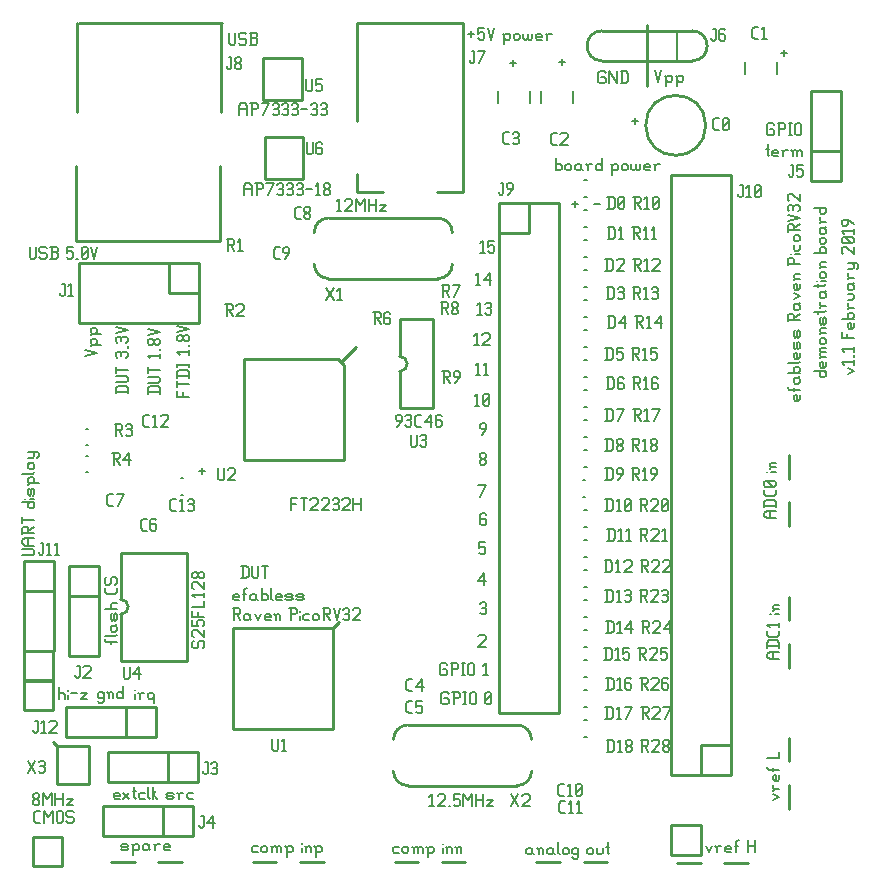
<source format=gbr>
G04 start of page 7 for group -4079 idx -4079 *
G04 Title: (unknown), topsilk *
G04 Creator: pcb 20140316 *
G04 CreationDate: Tue Feb 26 01:41:17 2019 UTC *
G04 For: tim *
G04 Format: Gerber/RS-274X *
G04 PCB-Dimensions (mil): 2834.65 3051.18 *
G04 PCB-Coordinate-Origin: lower left *
%MOIN*%
%FSLAX25Y25*%
%LNTOPSILK*%
%ADD99C,0.0080*%
%ADD98C,0.0071*%
%ADD97C,0.0100*%
G54D97*X20457Y275031D02*Y304559D01*
X20957Y304531D02*X68594D01*
X68457D02*Y275004D01*
X210331Y303850D02*Y283772D01*
G54D98*X261394Y180654D02*Y179154D01*
X260894Y178654D02*X261394Y179154D01*
X259894Y178654D02*X260894D01*
X259894D02*X259394Y179154D01*
Y180154D02*Y179154D01*
Y180154D02*X259894Y180654D01*
X260394D02*Y178654D01*
X259894Y180654D02*X260394D01*
X257894Y182354D02*X261394D01*
X257894D02*X257394Y182854D01*
Y183354D02*Y182854D01*
X259394D02*Y181854D01*
Y185854D02*X259894Y186354D01*
X259394Y185854D02*Y184854D01*
X259894Y184354D02*X259394Y184854D01*
X259894Y184354D02*X260894D01*
X261394Y184854D01*
X259394Y186354D02*X260894D01*
X261394Y186854D01*
Y185854D02*Y184854D01*
Y185854D02*X260894Y186354D01*
X257394Y188054D02*X261394D01*
X260894D02*X261394Y188554D01*
Y189554D02*Y188554D01*
Y189554D02*X260894Y190054D01*
X259894D02*X260894D01*
X259394Y189554D02*X259894Y190054D01*
X259394Y189554D02*Y188554D01*
X259894Y188054D02*X259394Y188554D01*
X257394Y191254D02*X260894D01*
X261394Y191754D01*
Y194754D02*Y193254D01*
X260894Y192754D02*X261394Y193254D01*
X259894Y192754D02*X260894D01*
X259894D02*X259394Y193254D01*
Y194254D02*Y193254D01*
Y194254D02*X259894Y194754D01*
X260394D02*Y192754D01*
X259894Y194754D02*X260394D01*
X261394Y197954D02*Y196454D01*
Y197954D02*X260894Y198454D01*
X260394Y197954D02*X260894Y198454D01*
X260394Y197954D02*Y196454D01*
X259894Y195954D02*X260394Y196454D01*
X259894Y195954D02*X259394Y196454D01*
Y197954D02*Y196454D01*
Y197954D02*X259894Y198454D01*
X260894Y195954D02*X261394Y196454D01*
Y201654D02*Y200154D01*
Y201654D02*X260894Y202154D01*
X260394Y201654D02*X260894Y202154D01*
X260394Y201654D02*Y200154D01*
X259894Y199654D02*X260394Y200154D01*
X259894Y199654D02*X259394Y200154D01*
Y201654D02*Y200154D01*
Y201654D02*X259894Y202154D01*
X260894Y199654D02*X261394Y200154D01*
X257394Y207154D02*Y205154D01*
Y207154D02*X257894Y207654D01*
X258894D01*
X259394Y207154D02*X258894Y207654D01*
X259394Y207154D02*Y205654D01*
X257394D02*X261394D01*
X259394Y206454D02*X261394Y207654D01*
X259394Y210354D02*X259894Y210854D01*
X259394Y210354D02*Y209354D01*
X259894Y208854D02*X259394Y209354D01*
X259894Y208854D02*X260894D01*
X261394Y209354D01*
X259394Y210854D02*X260894D01*
X261394Y211354D01*
Y210354D02*Y209354D01*
Y210354D02*X260894Y210854D01*
X259394Y212554D02*X261394Y213554D01*
X259394Y214554D02*X261394Y213554D01*
Y217754D02*Y216254D01*
X260894Y215754D02*X261394Y216254D01*
X259894Y215754D02*X260894D01*
X259894D02*X259394Y216254D01*
Y217254D02*Y216254D01*
Y217254D02*X259894Y217754D01*
X260394D02*Y215754D01*
X259894Y217754D02*X260394D01*
X259894Y219454D02*X261394D01*
X259894D02*X259394Y219954D01*
Y220454D02*Y219954D01*
Y220454D02*X259894Y220954D01*
X261394D01*
X259394Y218954D02*X259894Y219454D01*
X257394Y224454D02*X261394D01*
X257394Y225954D02*Y223954D01*
Y225954D02*X257894Y226454D01*
X258894D01*
X259394Y225954D02*X258894Y226454D01*
X259394Y225954D02*Y224454D01*
X258394Y227654D02*X258494D01*
X259894D02*X261394D01*
X259394Y230654D02*Y229154D01*
X259894Y228654D02*X259394Y229154D01*
X259894Y228654D02*X260894D01*
X261394Y229154D01*
Y230654D02*Y229154D01*
X259894Y231854D02*X260894D01*
X259894D02*X259394Y232354D01*
Y233354D02*Y232354D01*
Y233354D02*X259894Y233854D01*
X260894D01*
X261394Y233354D02*X260894Y233854D01*
X261394Y233354D02*Y232354D01*
X260894Y231854D02*X261394Y232354D01*
X257394Y237054D02*Y235054D01*
Y237054D02*X257894Y237554D01*
X258894D01*
X259394Y237054D02*X258894Y237554D01*
X259394Y237054D02*Y235554D01*
X257394D02*X261394D01*
X259394Y236354D02*X261394Y237554D01*
X257394Y238754D02*X261394Y239754D01*
X257394Y240754D01*
X257894Y241954D02*X257394Y242454D01*
Y243454D02*Y242454D01*
Y243454D02*X257894Y243954D01*
X261394Y243454D02*X260894Y243954D01*
X261394Y243454D02*Y242454D01*
X260894Y241954D02*X261394Y242454D01*
X259194Y243454D02*Y242454D01*
X257894Y243954D02*X258694D01*
X259694D02*X260894D01*
X259694D02*X259194Y243454D01*
X258694Y243954D02*X259194Y243454D01*
X257894Y245154D02*X257394Y245654D01*
Y247154D02*Y245654D01*
Y247154D02*X257894Y247654D01*
X258894D01*
X261394Y245154D02*X258894Y247654D01*
X261394D02*Y245154D01*
X252291Y271157D02*X252791Y270657D01*
X250791Y271157D02*X252291D01*
X250291Y270657D02*X250791Y271157D01*
X250291Y270657D02*Y267657D01*
X250791Y267157D01*
X252291D01*
X252791Y267657D01*
Y268657D02*Y267657D01*
X252291Y269157D02*X252791Y268657D01*
X251291Y269157D02*X252291D01*
X254491Y271157D02*Y267157D01*
X253991Y271157D02*X255991D01*
X256491Y270657D01*
Y269657D01*
X255991Y269157D02*X256491Y269657D01*
X254491Y269157D02*X255991D01*
X257691Y271157D02*X258691D01*
X258191D02*Y267157D01*
X257691D02*X258691D01*
X259891Y270657D02*Y267657D01*
Y270657D02*X260391Y271157D01*
X261391D01*
X261891Y270657D01*
Y267657D01*
X261391Y267157D02*X261891Y267657D01*
X260391Y267157D02*X261391D01*
X259891Y267657D02*X260391Y267157D01*
X250594Y264268D02*Y260768D01*
X251094Y260268D01*
X250094Y262768D02*X251094D01*
X252594Y260268D02*X254094D01*
X252094Y260768D02*X252594Y260268D01*
X252094Y261768D02*Y260768D01*
Y261768D02*X252594Y262268D01*
X253594D01*
X254094Y261768D01*
X252094Y261268D02*X254094D01*
Y261768D02*Y261268D01*
X255794Y261768D02*Y260268D01*
Y261768D02*X256294Y262268D01*
X257294D01*
X255294D02*X255794Y261768D01*
X258995D02*Y260268D01*
Y261768D02*X259495Y262268D01*
X259995D01*
X260495Y261768D01*
Y260268D01*
Y261768D02*X260995Y262268D01*
X261495D01*
X261995Y261768D01*
Y260268D01*
X258495Y262268D02*X258995Y261768D01*
X258275Y257378D02*X259075D01*
Y253878D01*
X258575Y253378D02*X259075Y253878D01*
X258075Y253378D02*X258575D01*
X257575Y253878D02*X258075Y253378D01*
X257575Y254378D02*Y253878D01*
X260275Y257378D02*X262275D01*
X260275D02*Y255378D01*
X260775Y255878D01*
X261775D01*
X262275Y255378D01*
Y253878D01*
X261775Y253378D02*X262275Y253878D01*
X260775Y253378D02*X261775D01*
X260275Y253878D02*X260775Y253378D01*
X266055Y188528D02*X270055D01*
Y188028D02*X269555Y188528D01*
X270055Y188028D02*Y187028D01*
X269555Y186528D02*X270055Y187028D01*
X268555Y186528D02*X269555D01*
X268555D02*X268055Y187028D01*
Y188028D02*Y187028D01*
Y188028D02*X268555Y188528D01*
X270055Y191728D02*Y190228D01*
X269555Y189728D02*X270055Y190228D01*
X268555Y189728D02*X269555D01*
X268555D02*X268055Y190228D01*
Y191228D02*Y190228D01*
Y191228D02*X268555Y191728D01*
X269055D02*Y189728D01*
X268555Y191728D02*X269055D01*
X268555Y193428D02*X270055D01*
X268555D02*X268055Y193928D01*
Y194428D02*Y193928D01*
Y194428D02*X268555Y194928D01*
X270055D01*
X268555D02*X268055Y195428D01*
Y195928D02*Y195428D01*
Y195928D02*X268555Y196428D01*
X270055D01*
X268055Y192928D02*X268555Y193428D01*
Y197628D02*X269555D01*
X268555D02*X268055Y198128D01*
Y199128D02*Y198128D01*
Y199128D02*X268555Y199628D01*
X269555D01*
X270055Y199128D02*X269555Y199628D01*
X270055Y199128D02*Y198128D01*
X269555Y197628D02*X270055Y198128D01*
X268555Y201328D02*X270055D01*
X268555D02*X268055Y201828D01*
Y202328D02*Y201828D01*
Y202328D02*X268555Y202828D01*
X270055D01*
X268055Y200828D02*X268555Y201328D01*
X270055Y206028D02*Y204528D01*
Y206028D02*X269555Y206528D01*
X269055Y206028D02*X269555Y206528D01*
X269055Y206028D02*Y204528D01*
X268555Y204028D02*X269055Y204528D01*
X268555Y204028D02*X268055Y204528D01*
Y206028D02*Y204528D01*
Y206028D02*X268555Y206528D01*
X269555Y204028D02*X270055Y204528D01*
X266055Y208228D02*X269555D01*
X270055Y208728D01*
X267555D02*Y207728D01*
X268555Y210228D02*X270055D01*
X268555D02*X268055Y210728D01*
Y211728D02*Y210728D01*
Y209728D02*X268555Y210228D01*
X268055Y214428D02*X268555Y214928D01*
X268055Y214428D02*Y213428D01*
X268555Y212928D02*X268055Y213428D01*
X268555Y212928D02*X269555D01*
X270055Y213428D01*
X268055Y214928D02*X269555D01*
X270055Y215428D01*
Y214428D02*Y213428D01*
Y214428D02*X269555Y214928D01*
X266055Y217128D02*X269555D01*
X270055Y217628D01*
X267555D02*Y216628D01*
X267055Y218628D02*X267155D01*
X268555D02*X270055D01*
X268555Y219628D02*X269555D01*
X268555D02*X268055Y220128D01*
Y221128D02*Y220128D01*
Y221128D02*X268555Y221628D01*
X269555D01*
X270055Y221128D02*X269555Y221628D01*
X270055Y221128D02*Y220128D01*
X269555Y219628D02*X270055Y220128D01*
X268555Y223328D02*X270055D01*
X268555D02*X268055Y223828D01*
Y224328D02*Y223828D01*
Y224328D02*X268555Y224828D01*
X270055D01*
X268055Y222828D02*X268555Y223328D01*
X266055Y227828D02*X270055D01*
X269555D02*X270055Y228328D01*
Y229328D02*Y228328D01*
Y229328D02*X269555Y229828D01*
X268555D02*X269555D01*
X268055Y229328D02*X268555Y229828D01*
X268055Y229328D02*Y228328D01*
X268555Y227828D02*X268055Y228328D01*
X268555Y231028D02*X269555D01*
X268555D02*X268055Y231528D01*
Y232528D02*Y231528D01*
Y232528D02*X268555Y233028D01*
X269555D01*
X270055Y232528D02*X269555Y233028D01*
X270055Y232528D02*Y231528D01*
X269555Y231028D02*X270055Y231528D01*
X268055Y235728D02*X268555Y236228D01*
X268055Y235728D02*Y234728D01*
X268555Y234228D02*X268055Y234728D01*
X268555Y234228D02*X269555D01*
X270055Y234728D01*
X268055Y236228D02*X269555D01*
X270055Y236728D01*
Y235728D02*Y234728D01*
Y235728D02*X269555Y236228D01*
X268555Y238428D02*X270055D01*
X268555D02*X268055Y238928D01*
Y239928D02*Y238928D01*
Y237928D02*X268555Y238428D01*
X266055Y243128D02*X270055D01*
Y242628D02*X269555Y243128D01*
X270055Y242628D02*Y241628D01*
X269555Y241128D02*X270055Y241628D01*
X268555Y241128D02*X269555D01*
X268555D02*X268055Y241628D01*
Y242628D02*Y241628D01*
Y242628D02*X268555Y243128D01*
X277307Y187512D02*X279307Y188512D01*
X277307Y189512D02*X279307Y188512D01*
X276107Y190712D02*X275307Y191512D01*
X279307D01*
Y192212D02*Y190712D01*
Y193912D02*Y193412D01*
X276107Y195112D02*X275307Y195912D01*
X279307D01*
Y196612D02*Y195112D01*
X275307Y199612D02*X279307D01*
X275307Y201612D02*Y199612D01*
X277107Y201112D02*Y199612D01*
X279307Y204812D02*Y203312D01*
X278807Y202812D02*X279307Y203312D01*
X277807Y202812D02*X278807D01*
X277807D02*X277307Y203312D01*
Y204312D02*Y203312D01*
Y204312D02*X277807Y204812D01*
X278307D02*Y202812D01*
X277807Y204812D02*X278307D01*
X275307Y206012D02*X279307D01*
X278807D02*X279307Y206512D01*
Y207512D02*Y206512D01*
Y207512D02*X278807Y208012D01*
X277807D02*X278807D01*
X277307Y207512D02*X277807Y208012D01*
X277307Y207512D02*Y206512D01*
X277807Y206012D02*X277307Y206512D01*
X277807Y209712D02*X279307D01*
X277807D02*X277307Y210212D01*
Y211212D02*Y210212D01*
Y209212D02*X277807Y209712D01*
X277307Y212412D02*X278807D01*
X279307Y212912D01*
Y213912D02*Y212912D01*
Y213912D02*X278807Y214412D01*
X277307D02*X278807D01*
X277307Y217112D02*X277807Y217612D01*
X277307Y217112D02*Y216112D01*
X277807Y215612D02*X277307Y216112D01*
X277807Y215612D02*X278807D01*
X279307Y216112D01*
X277307Y217612D02*X278807D01*
X279307Y218112D01*
Y217112D02*Y216112D01*
Y217112D02*X278807Y217612D01*
X277807Y219812D02*X279307D01*
X277807D02*X277307Y220312D01*
Y221312D02*Y220312D01*
Y219312D02*X277807Y219812D01*
X277307Y222512D02*X278807D01*
X279307Y223012D01*
X277307Y224512D02*X280307D01*
X280807Y224012D02*X280307Y224512D01*
X280807Y224012D02*Y223012D01*
X280307Y222512D02*X280807Y223012D01*
X279307Y224012D02*Y223012D01*
Y224012D02*X278807Y224512D01*
X275807Y227512D02*X275307Y228012D01*
Y229512D02*Y228012D01*
Y229512D02*X275807Y230012D01*
X276807D01*
X279307Y227512D02*X276807Y230012D01*
X279307D02*Y227512D01*
X278807Y231212D02*X279307Y231712D01*
X275807Y231212D02*X278807D01*
X275807D02*X275307Y231712D01*
Y232712D02*Y231712D01*
Y232712D02*X275807Y233212D01*
X278807D01*
X279307Y232712D02*X278807Y233212D01*
X279307Y232712D02*Y231712D01*
X278307Y231212D02*X276307Y233212D01*
X276107Y234412D02*X275307Y235212D01*
X279307D01*
Y235912D02*Y234412D01*
Y237612D02*X277307Y239112D01*
X275807D02*X277307D01*
X275307Y238612D02*X275807Y239112D01*
X275307Y238612D02*Y237612D01*
X275807Y237112D02*X275307Y237612D01*
X275807Y237112D02*X276807D01*
X277307Y237612D01*
Y239112D02*Y237612D01*
X213087Y289071D02*X214087Y285071D01*
X215087Y289071D01*
X216787Y286571D02*Y283571D01*
X216287Y287071D02*X216787Y286571D01*
X217287Y287071D01*
X218287D01*
X218787Y286571D01*
Y285571D01*
X218287Y285071D02*X218787Y285571D01*
X217287Y285071D02*X218287D01*
X216787Y285571D02*X217287Y285071D01*
X220487Y286571D02*Y283571D01*
X219987Y287071D02*X220487Y286571D01*
X220987Y287071D01*
X221987D01*
X222487Y286571D01*
Y285571D01*
X221987Y285071D02*X222487Y285571D01*
X220987Y285071D02*X221987D01*
X220487Y285571D02*X220987Y285071D01*
X196189Y288480D02*X196689Y287980D01*
X194689Y288480D02*X196189D01*
X194189Y287980D02*X194689Y288480D01*
X194189Y287980D02*Y284980D01*
X194689Y284480D01*
X196189D01*
X196689Y284980D01*
Y285980D02*Y284980D01*
X196189Y286480D02*X196689Y285980D01*
X195189Y286480D02*X196189D01*
X197889Y288480D02*Y284480D01*
Y288480D02*X200389Y284480D01*
Y288480D02*Y284480D01*
X202089Y288480D02*Y284480D01*
X203389Y288480D02*X204089Y287780D01*
Y285180D01*
X203389Y284480D02*X204089Y285180D01*
X201589Y284480D02*X203389D01*
X201589Y288480D02*X203389D01*
X233078Y268929D02*X234378D01*
X232378Y269629D02*X233078Y268929D01*
X232378Y272229D02*Y269629D01*
Y272229D02*X233078Y272929D01*
X234378D01*
X235578Y269429D02*X236078Y268929D01*
X235578Y272429D02*Y269429D01*
Y272429D02*X236078Y272929D01*
X237078D01*
X237578Y272429D01*
Y269429D01*
X237078Y268929D02*X237578Y269429D01*
X236078Y268929D02*X237078D01*
X235578Y269929D02*X237578Y271929D01*
X205409Y271913D02*X207409D01*
X206409Y272913D02*Y270913D01*
X246267Y299441D02*X247567D01*
X245567Y300141D02*X246267Y299441D01*
X245567Y302741D02*Y300141D01*
Y302741D02*X246267Y303441D01*
X247567D01*
X248767Y302641D02*X249567Y303441D01*
Y299441D01*
X248767D02*X250267D01*
X150882Y301047D02*X152882D01*
X151882Y302047D02*Y300047D01*
X154082Y303047D02*X156082D01*
X154082D02*Y301047D01*
X154582Y301547D01*
X155582D01*
X156082Y301047D01*
Y299547D01*
X155582Y299047D02*X156082Y299547D01*
X154582Y299047D02*X155582D01*
X154082Y299547D02*X154582Y299047D01*
X157282Y303047D02*X158282Y299047D01*
X159282Y303047D01*
X162782Y300547D02*Y297547D01*
X162282Y301047D02*X162782Y300547D01*
X163282Y301047D01*
X164282D01*
X164782Y300547D01*
Y299547D01*
X164282Y299047D02*X164782Y299547D01*
X163282Y299047D02*X164282D01*
X162782Y299547D02*X163282Y299047D01*
X165982Y300547D02*Y299547D01*
Y300547D02*X166482Y301047D01*
X167482D01*
X167982Y300547D01*
Y299547D01*
X167482Y299047D02*X167982Y299547D01*
X166482Y299047D02*X167482D01*
X165982Y299547D02*X166482Y299047D01*
X169182Y301047D02*Y299547D01*
X169682Y299047D01*
X170182D01*
X170682Y299547D01*
Y301047D02*Y299547D01*
X171182Y299047D01*
X171682D01*
X172182Y299547D01*
Y301047D02*Y299547D01*
X173882Y299047D02*X175382D01*
X173382Y299547D02*X173882Y299047D01*
X173382Y300547D02*Y299547D01*
Y300547D02*X173882Y301047D01*
X174882D01*
X175382Y300547D01*
X173382Y300047D02*X175382D01*
Y300547D02*Y300047D01*
X177082Y300547D02*Y299047D01*
Y300547D02*X177582Y301047D01*
X178582D01*
X176582D02*X177082Y300547D01*
X180016Y259543D02*Y255543D01*
Y256043D02*X180516Y255543D01*
X181516D01*
X182016Y256043D01*
Y257043D02*Y256043D01*
X181516Y257543D02*X182016Y257043D01*
X180516Y257543D02*X181516D01*
X180016Y257043D02*X180516Y257543D01*
X183216Y257043D02*Y256043D01*
Y257043D02*X183716Y257543D01*
X184716D01*
X185216Y257043D01*
Y256043D01*
X184716Y255543D02*X185216Y256043D01*
X183716Y255543D02*X184716D01*
X183216Y256043D02*X183716Y255543D01*
X187916Y257543D02*X188416Y257043D01*
X186916Y257543D02*X187916D01*
X186416Y257043D02*X186916Y257543D01*
X186416Y257043D02*Y256043D01*
X186916Y255543D01*
X188416Y257543D02*Y256043D01*
X188916Y255543D01*
X186916D02*X187916D01*
X188416Y256043D01*
X190616Y257043D02*Y255543D01*
Y257043D02*X191116Y257543D01*
X192116D01*
X190116D02*X190616Y257043D01*
X195316Y259543D02*Y255543D01*
X194816D02*X195316Y256043D01*
X193816Y255543D02*X194816D01*
X193316Y256043D02*X193816Y255543D01*
X193316Y257043D02*Y256043D01*
Y257043D02*X193816Y257543D01*
X194816D01*
X195316Y257043D01*
X198816D02*Y254043D01*
X198316Y257543D02*X198816Y257043D01*
X199316Y257543D01*
X200316D01*
X200816Y257043D01*
Y256043D01*
X200316Y255543D02*X200816Y256043D01*
X199316Y255543D02*X200316D01*
X198816Y256043D02*X199316Y255543D01*
X202016Y257043D02*Y256043D01*
Y257043D02*X202516Y257543D01*
X203516D01*
X204016Y257043D01*
Y256043D01*
X203516Y255543D02*X204016Y256043D01*
X202516Y255543D02*X203516D01*
X202016Y256043D02*X202516Y255543D01*
X205216Y257543D02*Y256043D01*
X205716Y255543D01*
X206216D01*
X206716Y256043D01*
Y257543D02*Y256043D01*
X207216Y255543D01*
X207716D01*
X208216Y256043D01*
Y257543D02*Y256043D01*
X209916Y255543D02*X211416D01*
X209416Y256043D02*X209916Y255543D01*
X209416Y257043D02*Y256043D01*
Y257043D02*X209916Y257543D01*
X210916D01*
X211416Y257043D01*
X209416Y256543D02*X211416D01*
Y257043D02*Y256543D01*
X213116Y257043D02*Y255543D01*
Y257043D02*X213616Y257543D01*
X214616D01*
X212616D02*X213116Y257043D01*
X178944Y264008D02*X180244D01*
X178244Y264708D02*X178944Y264008D01*
X178244Y267308D02*Y264708D01*
Y267308D02*X178944Y268008D01*
X180244D01*
X181444Y267508D02*X181944Y268008D01*
X183444D01*
X183944Y267508D01*
Y266508D01*
X181444Y264008D02*X183944Y266508D01*
X181444Y264008D02*X183944D01*
X163196Y264205D02*X164496D01*
X162496Y264905D02*X163196Y264205D01*
X162496Y267505D02*Y264905D01*
Y267505D02*X163196Y268205D01*
X164496D01*
X165696Y267705D02*X166196Y268205D01*
X167196D01*
X167696Y267705D01*
X167196Y264205D02*X167696Y264705D01*
X166196Y264205D02*X167196D01*
X165696Y264705D02*X166196Y264205D01*
Y266405D02*X167196D01*
X167696Y267705D02*Y266905D01*
Y265905D02*Y264705D01*
Y265905D02*X167196Y266405D01*
X167696Y266905D02*X167196Y266405D01*
X164858Y291402D02*X166858D01*
X165858Y292402D02*Y290402D01*
X181197Y291598D02*X183197D01*
X182197Y292598D02*Y290598D01*
X232487Y302654D02*X233287D01*
Y299154D01*
X232787Y298654D02*X233287Y299154D01*
X232287Y298654D02*X232787D01*
X231787Y299154D02*X232287Y298654D01*
X231787Y299654D02*Y299154D01*
X235987Y302654D02*X236487Y302154D01*
X234987Y302654D02*X235987D01*
X234487Y302154D02*X234987Y302654D01*
X234487Y302154D02*Y299154D01*
X234987Y298654D01*
X235987Y300854D02*X236487Y300354D01*
X234487Y300854D02*X235987D01*
X234987Y298654D02*X235987D01*
X236487Y299154D01*
Y300354D02*Y299154D01*
X161621Y251472D02*X162421D01*
Y247972D01*
X161921Y247472D02*X162421Y247972D01*
X161421Y247472D02*X161921D01*
X160921Y247972D02*X161421Y247472D01*
X160921Y248472D02*Y247972D01*
X164121Y247472D02*X165621Y249472D01*
Y250972D02*Y249472D01*
X165121Y251472D02*X165621Y250972D01*
X164121Y251472D02*X165121D01*
X163621Y250972D02*X164121Y251472D01*
X163621Y250972D02*Y249972D01*
X164121Y249472D01*
X165621D01*
X255213Y294748D02*X257213D01*
X256213Y295748D02*Y293748D01*
X197051Y196354D02*Y192354D01*
X198351Y196354D02*X199051Y195654D01*
Y193054D01*
X198351Y192354D02*X199051Y193054D01*
X196551Y192354D02*X198351D01*
X196551Y196354D02*X198351D01*
X200251D02*X202251D01*
X200251D02*Y194354D01*
X200751Y194854D01*
X201751D01*
X202251Y194354D01*
Y192854D01*
X201751Y192354D02*X202251Y192854D01*
X200751Y192354D02*X201751D01*
X200251Y192854D02*X200751Y192354D01*
X205251Y196354D02*X207251D01*
X207751Y195854D01*
Y194854D01*
X207251Y194354D02*X207751Y194854D01*
X205751Y194354D02*X207251D01*
X205751Y196354D02*Y192354D01*
X206551Y194354D02*X207751Y192354D01*
X208951Y195554D02*X209751Y196354D01*
Y192354D01*
X208951D02*X210451D01*
X211651Y196354D02*X213651D01*
X211651D02*Y194354D01*
X212151Y194854D01*
X213151D01*
X213651Y194354D01*
Y192854D01*
X213151Y192354D02*X213651Y192854D01*
X212151Y192354D02*X213151D01*
X211651Y192854D02*X212151Y192354D01*
X197445Y186512D02*Y182512D01*
X198745Y186512D02*X199445Y185812D01*
Y183212D01*
X198745Y182512D02*X199445Y183212D01*
X196945Y182512D02*X198745D01*
X196945Y186512D02*X198745D01*
X202145D02*X202645Y186012D01*
X201145Y186512D02*X202145D01*
X200645Y186012D02*X201145Y186512D01*
X200645Y186012D02*Y183012D01*
X201145Y182512D01*
X202145Y184712D02*X202645Y184212D01*
X200645Y184712D02*X202145D01*
X201145Y182512D02*X202145D01*
X202645Y183012D01*
Y184212D02*Y183012D01*
X205645Y186512D02*X207645D01*
X208145Y186012D01*
Y185012D01*
X207645Y184512D02*X208145Y185012D01*
X206145Y184512D02*X207645D01*
X206145Y186512D02*Y182512D01*
X206945Y184512D02*X208145Y182512D01*
X209345Y185712D02*X210145Y186512D01*
Y182512D01*
X209345D02*X210845D01*
X213545Y186512D02*X214045Y186012D01*
X212545Y186512D02*X213545D01*
X212045Y186012D02*X212545Y186512D01*
X212045Y186012D02*Y183012D01*
X212545Y182512D01*
X213545Y184712D02*X214045Y184212D01*
X212045Y184712D02*X213545D01*
X212545Y182512D02*X213545D01*
X214045Y183012D01*
Y184212D02*Y183012D01*
X197051Y176079D02*Y172079D01*
X198351Y176079D02*X199051Y175379D01*
Y172779D01*
X198351Y172079D02*X199051Y172779D01*
X196551Y172079D02*X198351D01*
X196551Y176079D02*X198351D01*
X200751Y172079D02*X202751Y176079D01*
X200251D02*X202751D01*
X205751D02*X207751D01*
X208251Y175579D01*
Y174579D01*
X207751Y174079D02*X208251Y174579D01*
X206251Y174079D02*X207751D01*
X206251Y176079D02*Y172079D01*
X207051Y174079D02*X208251Y172079D01*
X209451Y175279D02*X210251Y176079D01*
Y172079D01*
X209451D02*X210951D01*
X212651D02*X214651Y176079D01*
X212151D02*X214651D01*
X197051Y166039D02*Y162039D01*
X198351Y166039D02*X199051Y165339D01*
Y162739D01*
X198351Y162039D02*X199051Y162739D01*
X196551Y162039D02*X198351D01*
X196551Y166039D02*X198351D01*
X200251Y162539D02*X200751Y162039D01*
X200251Y163339D02*Y162539D01*
Y163339D02*X200951Y164039D01*
X201551D01*
X202251Y163339D01*
Y162539D01*
X201751Y162039D02*X202251Y162539D01*
X200751Y162039D02*X201751D01*
X200251Y164739D02*X200951Y164039D01*
X200251Y165539D02*Y164739D01*
Y165539D02*X200751Y166039D01*
X201751D01*
X202251Y165539D01*
Y164739D01*
X201551Y164039D02*X202251Y164739D01*
X205251Y166039D02*X207251D01*
X207751Y165539D01*
Y164539D01*
X207251Y164039D02*X207751Y164539D01*
X205751Y164039D02*X207251D01*
X205751Y166039D02*Y162039D01*
X206551Y164039D02*X207751Y162039D01*
X208951Y165239D02*X209751Y166039D01*
Y162039D01*
X208951D02*X210451D01*
X211651Y162539D02*X212151Y162039D01*
X211651Y163339D02*Y162539D01*
Y163339D02*X212351Y164039D01*
X212951D01*
X213651Y163339D01*
Y162539D01*
X213151Y162039D02*X213651Y162539D01*
X212151Y162039D02*X213151D01*
X211651Y164739D02*X212351Y164039D01*
X211651Y165539D02*Y164739D01*
Y165539D02*X212151Y166039D01*
X213151D01*
X213651Y165539D01*
Y164739D01*
X212951Y164039D02*X213651Y164739D01*
X197051Y156197D02*Y152197D01*
X198351Y156197D02*X199051Y155497D01*
Y152897D01*
X198351Y152197D02*X199051Y152897D01*
X196551Y152197D02*X198351D01*
X196551Y156197D02*X198351D01*
X200751Y152197D02*X202251Y154197D01*
Y155697D02*Y154197D01*
X201751Y156197D02*X202251Y155697D01*
X200751Y156197D02*X201751D01*
X200251Y155697D02*X200751Y156197D01*
X200251Y155697D02*Y154697D01*
X200751Y154197D01*
X202251D01*
X205251Y156197D02*X207251D01*
X207751Y155697D01*
Y154697D01*
X207251Y154197D02*X207751Y154697D01*
X205751Y154197D02*X207251D01*
X205751Y156197D02*Y152197D01*
X206551Y154197D02*X207751Y152197D01*
X208951Y155397D02*X209751Y156197D01*
Y152197D01*
X208951D02*X210451D01*
X212151D02*X213651Y154197D01*
Y155697D02*Y154197D01*
X213151Y156197D02*X213651Y155697D01*
X212151Y156197D02*X213151D01*
X211651Y155697D02*X212151Y156197D01*
X211651Y155697D02*Y154697D01*
X212151Y154197D01*
X213651D01*
X197051Y145961D02*Y141961D01*
X198351Y145961D02*X199051Y145261D01*
Y142661D01*
X198351Y141961D02*X199051Y142661D01*
X196551Y141961D02*X198351D01*
X196551Y145961D02*X198351D01*
X200251Y145161D02*X201051Y145961D01*
Y141961D01*
X200251D02*X201751D01*
X202951Y142461D02*X203451Y141961D01*
X202951Y145461D02*Y142461D01*
Y145461D02*X203451Y145961D01*
X204451D01*
X204951Y145461D01*
Y142461D01*
X204451Y141961D02*X204951Y142461D01*
X203451Y141961D02*X204451D01*
X202951Y142961D02*X204951Y144961D01*
X207951Y145961D02*X209951D01*
X210451Y145461D01*
Y144461D01*
X209951Y143961D02*X210451Y144461D01*
X208451Y143961D02*X209951D01*
X208451Y145961D02*Y141961D01*
X209251Y143961D02*X210451Y141961D01*
X211651Y145461D02*X212151Y145961D01*
X213651D01*
X214151Y145461D01*
Y144461D01*
X211651Y141961D02*X214151Y144461D01*
X211651Y141961D02*X214151D01*
X215351Y142461D02*X215851Y141961D01*
X215351Y145461D02*Y142461D01*
Y145461D02*X215851Y145961D01*
X216851D01*
X217351Y145461D01*
Y142461D01*
X216851Y141961D02*X217351Y142461D01*
X215851Y141961D02*X216851D01*
X215351Y142961D02*X217351Y144961D01*
X197642Y136118D02*Y132118D01*
X198942Y136118D02*X199642Y135418D01*
Y132818D01*
X198942Y132118D02*X199642Y132818D01*
X197142Y132118D02*X198942D01*
X197142Y136118D02*X198942D01*
X200842Y135318D02*X201642Y136118D01*
Y132118D01*
X200842D02*X202342D01*
X203542Y135318D02*X204342Y136118D01*
Y132118D01*
X203542D02*X205042D01*
X208042Y136118D02*X210042D01*
X210542Y135618D01*
Y134618D01*
X210042Y134118D02*X210542Y134618D01*
X208542Y134118D02*X210042D01*
X208542Y136118D02*Y132118D01*
X209342Y134118D02*X210542Y132118D01*
X211742Y135618D02*X212242Y136118D01*
X213742D01*
X214242Y135618D01*
Y134618D01*
X211742Y132118D02*X214242Y134618D01*
X211742Y132118D02*X214242D01*
X215442Y135318D02*X216242Y136118D01*
Y132118D01*
X215442D02*X216942D01*
X196854Y125488D02*Y121488D01*
X198154Y125488D02*X198854Y124788D01*
Y122188D01*
X198154Y121488D02*X198854Y122188D01*
X196354Y121488D02*X198154D01*
X196354Y125488D02*X198154D01*
X200054Y124688D02*X200854Y125488D01*
Y121488D01*
X200054D02*X201554D01*
X202754Y124988D02*X203254Y125488D01*
X204754D01*
X205254Y124988D01*
Y123988D01*
X202754Y121488D02*X205254Y123988D01*
X202754Y121488D02*X205254D01*
X208254Y125488D02*X210254D01*
X210754Y124988D01*
Y123988D01*
X210254Y123488D02*X210754Y123988D01*
X208754Y123488D02*X210254D01*
X208754Y125488D02*Y121488D01*
X209554Y123488D02*X210754Y121488D01*
X211954Y124988D02*X212454Y125488D01*
X213954D01*
X214454Y124988D01*
Y123988D01*
X211954Y121488D02*X214454Y123988D01*
X211954Y121488D02*X214454D01*
X215654Y124988D02*X216154Y125488D01*
X217654D01*
X218154Y124988D01*
Y123988D01*
X215654Y121488D02*X218154Y123988D01*
X215654Y121488D02*X218154D01*
X197051Y115646D02*Y111646D01*
X198351Y115646D02*X199051Y114946D01*
Y112346D01*
X198351Y111646D02*X199051Y112346D01*
X196551Y111646D02*X198351D01*
X196551Y115646D02*X198351D01*
X200251Y114846D02*X201051Y115646D01*
Y111646D01*
X200251D02*X201751D01*
X202951Y115146D02*X203451Y115646D01*
X204451D01*
X204951Y115146D01*
X204451Y111646D02*X204951Y112146D01*
X203451Y111646D02*X204451D01*
X202951Y112146D02*X203451Y111646D01*
Y113846D02*X204451D01*
X204951Y115146D02*Y114346D01*
Y113346D02*Y112146D01*
Y113346D02*X204451Y113846D01*
X204951Y114346D02*X204451Y113846D01*
X207951Y115646D02*X209951D01*
X210451Y115146D01*
Y114146D01*
X209951Y113646D02*X210451Y114146D01*
X208451Y113646D02*X209951D01*
X208451Y115646D02*Y111646D01*
X209251Y113646D02*X210451Y111646D01*
X211651Y115146D02*X212151Y115646D01*
X213651D01*
X214151Y115146D01*
Y114146D01*
X211651Y111646D02*X214151Y114146D01*
X211651Y111646D02*X214151D01*
X215351Y115146D02*X215851Y115646D01*
X216851D01*
X217351Y115146D01*
X216851Y111646D02*X217351Y112146D01*
X215851Y111646D02*X216851D01*
X215351Y112146D02*X215851Y111646D01*
Y113846D02*X216851D01*
X217351Y115146D02*Y114346D01*
Y113346D02*Y112146D01*
Y113346D02*X216851Y113846D01*
X217351Y114346D02*X216851Y113846D01*
X153835Y210515D02*X154635Y211315D01*
Y207315D01*
X153835D02*X155335D01*
X156535Y210815D02*X157035Y211315D01*
X158035D01*
X158535Y210815D01*
X158035Y207315D02*X158535Y207815D01*
X157035Y207315D02*X158035D01*
X156535Y207815D02*X157035Y207315D01*
Y209515D02*X158035D01*
X158535Y210815D02*Y210015D01*
Y209015D02*Y207815D01*
Y209015D02*X158035Y209515D01*
X158535Y210015D02*X158035Y209515D01*
X153244Y220554D02*X154044Y221354D01*
Y217354D01*
X153244D02*X154744D01*
X155944Y218854D02*X157944Y221354D01*
X155944Y218854D02*X158444D01*
X157944Y221354D02*Y217354D01*
X154819Y231184D02*X155619Y231984D01*
Y227984D01*
X154819D02*X156319D01*
X157519Y231984D02*X159519D01*
X157519D02*Y229984D01*
X158019Y230484D01*
X159019D01*
X159519Y229984D01*
Y228484D01*
X159019Y227984D02*X159519Y228484D01*
X158019Y227984D02*X159019D01*
X157519Y228484D02*X158019Y227984D01*
X197051Y226079D02*Y222079D01*
X198351Y226079D02*X199051Y225379D01*
Y222779D01*
X198351Y222079D02*X199051Y222779D01*
X196551Y222079D02*X198351D01*
X196551Y226079D02*X198351D01*
X200251Y225579D02*X200751Y226079D01*
X202251D01*
X202751Y225579D01*
Y224579D01*
X200251Y222079D02*X202751Y224579D01*
X200251Y222079D02*X202751D01*
X205751Y226079D02*X207751D01*
X208251Y225579D01*
Y224579D01*
X207751Y224079D02*X208251Y224579D01*
X206251Y224079D02*X207751D01*
X206251Y226079D02*Y222079D01*
X207051Y224079D02*X208251Y222079D01*
X209451Y225279D02*X210251Y226079D01*
Y222079D01*
X209451D02*X210951D01*
X212151Y225579D02*X212651Y226079D01*
X214151D01*
X214651Y225579D01*
Y224579D01*
X212151Y222079D02*X214651Y224579D01*
X212151Y222079D02*X214651D01*
X197445Y216630D02*Y212630D01*
X198745Y216630D02*X199445Y215930D01*
Y213330D01*
X198745Y212630D02*X199445Y213330D01*
X196945Y212630D02*X198745D01*
X196945Y216630D02*X198745D01*
X200645Y216130D02*X201145Y216630D01*
X202145D01*
X202645Y216130D01*
X202145Y212630D02*X202645Y213130D01*
X201145Y212630D02*X202145D01*
X200645Y213130D02*X201145Y212630D01*
Y214830D02*X202145D01*
X202645Y216130D02*Y215330D01*
Y214330D02*Y213130D01*
Y214330D02*X202145Y214830D01*
X202645Y215330D02*X202145Y214830D01*
X205645Y216630D02*X207645D01*
X208145Y216130D01*
Y215130D01*
X207645Y214630D02*X208145Y215130D01*
X206145Y214630D02*X207645D01*
X206145Y216630D02*Y212630D01*
X206945Y214630D02*X208145Y212630D01*
X209345Y215830D02*X210145Y216630D01*
Y212630D01*
X209345D02*X210845D01*
X212045Y216130D02*X212545Y216630D01*
X213545D01*
X214045Y216130D01*
X213545Y212630D02*X214045Y213130D01*
X212545Y212630D02*X213545D01*
X212045Y213130D02*X212545Y212630D01*
Y214830D02*X213545D01*
X214045Y216130D02*Y215330D01*
Y214330D02*Y213130D01*
Y214330D02*X213545Y214830D01*
X214045Y215330D02*X213545Y214830D01*
X197839Y206984D02*Y202984D01*
X199139Y206984D02*X199839Y206284D01*
Y203684D01*
X199139Y202984D02*X199839Y203684D01*
X197339Y202984D02*X199139D01*
X197339Y206984D02*X199139D01*
X201039Y204484D02*X203039Y206984D01*
X201039Y204484D02*X203539D01*
X203039Y206984D02*Y202984D01*
X206539Y206984D02*X208539D01*
X209039Y206484D01*
Y205484D01*
X208539Y204984D02*X209039Y205484D01*
X207039Y204984D02*X208539D01*
X207039Y206984D02*Y202984D01*
X207839Y204984D02*X209039Y202984D01*
X210239Y206184D02*X211039Y206984D01*
Y202984D01*
X210239D02*X211739D01*
X212939Y204484D02*X214939Y206984D01*
X212939Y204484D02*X215439D01*
X214939Y206984D02*Y202984D01*
X241543Y250488D02*X242343D01*
Y246988D01*
X241843Y246488D02*X242343Y246988D01*
X241343Y246488D02*X241843D01*
X240843Y246988D02*X241343Y246488D01*
X240843Y247488D02*Y246988D01*
X243543Y249688D02*X244343Y250488D01*
Y246488D01*
X243543D02*X245043D01*
X246243Y246988D02*X246743Y246488D01*
X246243Y249988D02*Y246988D01*
Y249988D02*X246743Y250488D01*
X247743D01*
X248243Y249988D01*
Y246988D01*
X247743Y246488D02*X248243Y246988D01*
X246743Y246488D02*X247743D01*
X246243Y247488D02*X248243Y249488D01*
X197642Y246748D02*Y242748D01*
X198942Y246748D02*X199642Y246048D01*
Y243448D01*
X198942Y242748D02*X199642Y243448D01*
X197142Y242748D02*X198942D01*
X197142Y246748D02*X198942D01*
X200842Y243248D02*X201342Y242748D01*
X200842Y246248D02*Y243248D01*
Y246248D02*X201342Y246748D01*
X202342D01*
X202842Y246248D01*
Y243248D01*
X202342Y242748D02*X202842Y243248D01*
X201342Y242748D02*X202342D01*
X200842Y243748D02*X202842Y245748D01*
X205842Y246748D02*X207842D01*
X208342Y246248D01*
Y245248D01*
X207842Y244748D02*X208342Y245248D01*
X206342Y244748D02*X207842D01*
X206342Y246748D02*Y242748D01*
X207142Y244748D02*X208342Y242748D01*
X209542Y245948D02*X210342Y246748D01*
Y242748D01*
X209542D02*X211042D01*
X212242Y243248D02*X212742Y242748D01*
X212242Y246248D02*Y243248D01*
Y246248D02*X212742Y246748D01*
X213742D01*
X214242Y246248D01*
Y243248D01*
X213742Y242748D02*X214242Y243248D01*
X212742Y242748D02*X213742D01*
X212242Y243748D02*X214242Y245748D01*
X197839Y236512D02*Y232512D01*
X199139Y236512D02*X199839Y235812D01*
Y233212D01*
X199139Y232512D02*X199839Y233212D01*
X197339Y232512D02*X199139D01*
X197339Y236512D02*X199139D01*
X201039Y235712D02*X201839Y236512D01*
Y232512D01*
X201039D02*X202539D01*
X205539Y236512D02*X207539D01*
X208039Y236012D01*
Y235012D01*
X207539Y234512D02*X208039Y235012D01*
X206039Y234512D02*X207539D01*
X206039Y236512D02*Y232512D01*
X206839Y234512D02*X208039Y232512D01*
X209239Y235712D02*X210039Y236512D01*
Y232512D01*
X209239D02*X210739D01*
X211939Y235712D02*X212739Y236512D01*
Y232512D01*
X211939D02*X213439D01*
X185331Y244354D02*X187331D01*
X186331Y245354D02*Y243354D01*
X192811Y244354D02*X194811D01*
X6897Y38024D02*X8197D01*
X6197Y38724D02*X6897Y38024D01*
X6197Y41324D02*Y38724D01*
Y41324D02*X6897Y42024D01*
X8197D01*
X9397D02*Y38024D01*
Y42024D02*X10897Y40024D01*
X12397Y42024D01*
Y38024D01*
X13597Y41524D02*Y38524D01*
Y41524D02*X14097Y42024D01*
X15097D01*
X15597Y41524D01*
Y38524D01*
X15097Y38024D02*X15597Y38524D01*
X14097Y38024D02*X15097D01*
X13597Y38524D02*X14097Y38024D01*
X18797Y42024D02*X19297Y41524D01*
X17297Y42024D02*X18797D01*
X16797Y41524D02*X17297Y42024D01*
X16797Y41524D02*Y40524D01*
X17297Y40024D01*
X18797D01*
X19297Y39524D01*
Y38524D01*
X18797Y38024D02*X19297Y38524D01*
X17297Y38024D02*X18797D01*
X16797Y38524D02*X17297Y38024D01*
X35437Y28969D02*X36937D01*
X37437Y29469D01*
X36937Y29969D02*X37437Y29469D01*
X35437Y29969D02*X36937D01*
X34937Y30469D02*X35437Y29969D01*
X34937Y30469D02*X35437Y30969D01*
X36937D01*
X37437Y30469D01*
X34937Y29469D02*X35437Y28969D01*
X39137Y30469D02*Y27469D01*
X38637Y30969D02*X39137Y30469D01*
X39637Y30969D01*
X40637D01*
X41137Y30469D01*
Y29469D01*
X40637Y28969D02*X41137Y29469D01*
X39637Y28969D02*X40637D01*
X39137Y29469D02*X39637Y28969D01*
X43837Y30969D02*X44337Y30469D01*
X42837Y30969D02*X43837D01*
X42337Y30469D02*X42837Y30969D01*
X42337Y30469D02*Y29469D01*
X42837Y28969D01*
X44337Y30969D02*Y29469D01*
X44837Y28969D01*
X42837D02*X43837D01*
X44337Y29469D01*
X46537Y30469D02*Y28969D01*
Y30469D02*X47037Y30969D01*
X48037D01*
X46037D02*X46537Y30469D01*
X49737Y28969D02*X51237D01*
X49237Y29469D02*X49737Y28969D01*
X49237Y30469D02*Y29469D01*
Y30469D02*X49737Y30969D01*
X50737D01*
X51237Y30469D01*
X49237Y29969D02*X51237D01*
Y30469D02*Y29969D01*
X79138Y30181D02*X80638D01*
X78638Y29681D02*X79138Y30181D01*
X78638Y29681D02*Y28681D01*
X79138Y28181D01*
X80638D01*
X81838Y29681D02*Y28681D01*
Y29681D02*X82338Y30181D01*
X83338D01*
X83838Y29681D01*
Y28681D01*
X83338Y28181D02*X83838Y28681D01*
X82338Y28181D02*X83338D01*
X81838Y28681D02*X82338Y28181D01*
X85538Y29681D02*Y28181D01*
Y29681D02*X86038Y30181D01*
X86538D01*
X87038Y29681D01*
Y28181D01*
Y29681D02*X87538Y30181D01*
X88038D01*
X88538Y29681D01*
Y28181D01*
X85038Y30181D02*X85538Y29681D01*
X90238D02*Y26681D01*
X89738Y30181D02*X90238Y29681D01*
X90738Y30181D01*
X91738D01*
X92238Y29681D01*
Y28681D01*
X91738Y28181D02*X92238Y28681D01*
X90738Y28181D02*X91738D01*
X90238Y28681D02*X90738Y28181D01*
X95238Y31181D02*Y31081D01*
Y29681D02*Y28181D01*
X96738Y29681D02*Y28181D01*
Y29681D02*X97238Y30181D01*
X97738D01*
X98238Y29681D01*
Y28181D01*
X96238Y30181D02*X96738Y29681D01*
X99938D02*Y26681D01*
X99438Y30181D02*X99938Y29681D01*
X100438Y30181D01*
X101438D01*
X101938Y29681D01*
Y28681D01*
X101438Y28181D02*X101938Y28681D01*
X100438Y28181D02*X101438D01*
X99938Y28681D02*X100438Y28181D01*
X61818Y40449D02*X62618D01*
Y36949D01*
X62118Y36449D02*X62618Y36949D01*
X61618Y36449D02*X62118D01*
X61118Y36949D02*X61618Y36449D01*
X61118Y37449D02*Y36949D01*
X63818Y37949D02*X65818Y40449D01*
X63818Y37949D02*X66318D01*
X65818Y40449D02*Y36449D01*
X33075Y46094D02*X34575D01*
X32575Y46594D02*X33075Y46094D01*
X32575Y47594D02*Y46594D01*
Y47594D02*X33075Y48094D01*
X34075D01*
X34575Y47594D01*
X32575Y47094D02*X34575D01*
Y47594D02*Y47094D01*
X35775Y48094D02*X37775Y46094D01*
X35775D02*X37775Y48094D01*
X39475Y50094D02*Y46594D01*
X39975Y46094D01*
X38975Y48594D02*X39975D01*
X41475Y48094D02*X42975D01*
X40975Y47594D02*X41475Y48094D01*
X40975Y47594D02*Y46594D01*
X41475Y46094D01*
X42975D01*
X44175Y50094D02*Y46594D01*
X44675Y46094D01*
X45675Y50094D02*Y46094D01*
Y47594D02*X47175Y46094D01*
X45675Y47594D02*X46675Y48594D01*
X50675Y46094D02*X52175D01*
X52675Y46594D01*
X52175Y47094D02*X52675Y46594D01*
X50675Y47094D02*X52175D01*
X50175Y47594D02*X50675Y47094D01*
X50175Y47594D02*X50675Y48094D01*
X52175D01*
X52675Y47594D01*
X50175Y46594D02*X50675Y46094D01*
X54375Y47594D02*Y46094D01*
Y47594D02*X54875Y48094D01*
X55875D01*
X53875D02*X54375Y47594D01*
X57575Y48094D02*X59075D01*
X57075Y47594D02*X57575Y48094D01*
X57075Y47594D02*Y46594D01*
X57575Y46094D01*
X59075D01*
X5803Y44429D02*X6303Y43929D01*
X5803Y45229D02*Y44429D01*
Y45229D02*X6503Y45929D01*
X7103D01*
X7803Y45229D01*
Y44429D01*
X7303Y43929D02*X7803Y44429D01*
X6303Y43929D02*X7303D01*
X5803Y46629D02*X6503Y45929D01*
X5803Y47429D02*Y46629D01*
Y47429D02*X6303Y47929D01*
X7303D01*
X7803Y47429D01*
Y46629D01*
X7103Y45929D02*X7803Y46629D01*
X9003Y47929D02*Y43929D01*
Y47929D02*X10503Y45929D01*
X12003Y47929D01*
Y43929D01*
X13203Y47929D02*Y43929D01*
X15703Y47929D02*Y43929D01*
X13203Y45929D02*X15703D01*
X16903D02*X18903D01*
X16903Y43929D02*X18903Y45929D01*
X16903Y43929D02*X18903D01*
X30138Y98248D02*X33638D01*
X30138D02*X29638Y98748D01*
Y99248D02*Y98748D01*
X31638D02*Y97748D01*
X29638Y100248D02*X33138D01*
X33638Y100748D01*
X31638Y103248D02*X32138Y103748D01*
X31638Y103248D02*Y102248D01*
X32138Y101748D02*X31638Y102248D01*
X32138Y101748D02*X33138D01*
X33638Y102248D01*
X31638Y103748D02*X33138D01*
X33638Y104248D01*
Y103248D02*Y102248D01*
Y103248D02*X33138Y103748D01*
X33638Y107448D02*Y105948D01*
Y107448D02*X33138Y107948D01*
X32638Y107448D02*X33138Y107948D01*
X32638Y107448D02*Y105948D01*
X32138Y105448D02*X32638Y105948D01*
X32138Y105448D02*X31638Y105948D01*
Y107448D02*Y105948D01*
Y107448D02*X32138Y107948D01*
X33138Y105448D02*X33638Y105948D01*
X29638Y109148D02*X33638D01*
X32138D02*X31638Y109648D01*
Y110648D02*Y109648D01*
Y110648D02*X32138Y111148D01*
X33638D01*
Y116148D02*Y114848D01*
X32938Y114148D02*X33638Y114848D01*
X30338Y114148D02*X32938D01*
X30338D02*X29638Y114848D01*
Y116148D02*Y114848D01*
Y119348D02*X30138Y119848D01*
X29638Y119348D02*Y117848D01*
X30138Y117348D02*X29638Y117848D01*
X30138Y117348D02*X31138D01*
X31638Y117848D01*
Y119348D02*Y117848D01*
Y119348D02*X32138Y119848D01*
X33138D01*
X33638Y119348D02*X33138Y119848D01*
X33638Y119348D02*Y117848D01*
X33138Y117348D02*X33638Y117848D01*
X58772Y98173D02*X59272Y98673D01*
X58772Y98173D02*Y96673D01*
X59272Y96173D02*X58772Y96673D01*
X59272Y96173D02*X60272D01*
X60772Y96673D01*
Y98173D02*Y96673D01*
Y98173D02*X61272Y98673D01*
X62272D01*
X62772Y98173D02*X62272Y98673D01*
X62772Y98173D02*Y96673D01*
X62272Y96173D02*X62772Y96673D01*
X59272Y99873D02*X58772Y100373D01*
Y101873D02*Y100373D01*
Y101873D02*X59272Y102373D01*
X60272D01*
X62772Y99873D02*X60272Y102373D01*
X62772D02*Y99873D01*
X58772Y105573D02*Y103573D01*
X60772D01*
X60272Y104073D01*
Y105073D02*Y104073D01*
Y105073D02*X60772Y105573D01*
X62272D01*
X62772Y105073D02*X62272Y105573D01*
X62772Y105073D02*Y104073D01*
X62272Y103573D02*X62772Y104073D01*
X58772Y106773D02*X62772D01*
X58772Y108773D02*Y106773D01*
X60572Y108273D02*Y106773D01*
X58772Y109973D02*X62772D01*
Y111973D02*Y109973D01*
X59572Y113173D02*X58772Y113973D01*
X62772D01*
Y114673D02*Y113173D01*
X59272Y115873D02*X58772Y116373D01*
Y117873D02*Y116373D01*
Y117873D02*X59272Y118373D01*
X60272D01*
X62772Y115873D02*X60272Y118373D01*
X62772D02*Y115873D01*
X62272Y119573D02*X62772Y120073D01*
X61472Y119573D02*X62272D01*
X61472D02*X60772Y120273D01*
Y120873D02*Y120273D01*
Y120873D02*X61472Y121573D01*
X62272D01*
X62772Y121073D02*X62272Y121573D01*
X62772Y121073D02*Y120073D01*
X60072Y119573D02*X60772Y120273D01*
X59272Y119573D02*X60072D01*
X59272D02*X58772Y120073D01*
Y121073D02*Y120073D01*
Y121073D02*X59272Y121573D01*
X60072D01*
X60772Y120873D02*X60072Y121573D01*
X20480Y90449D02*X21280D01*
Y86949D01*
X20780Y86449D02*X21280Y86949D01*
X20280Y86449D02*X20780D01*
X19780Y86949D02*X20280Y86449D01*
X19780Y87449D02*Y86949D01*
X22480Y89949D02*X22980Y90449D01*
X24480D01*
X24980Y89949D01*
Y88949D01*
X22480Y86449D02*X24980Y88949D01*
X22480Y86449D02*X24980D01*
X52172Y141961D02*X53472D01*
X51472Y142661D02*X52172Y141961D01*
X51472Y145261D02*Y142661D01*
Y145261D02*X52172Y145961D01*
X53472D01*
X54672Y145161D02*X55472Y145961D01*
Y141961D01*
X54672D02*X56172D01*
X57372Y145461D02*X57872Y145961D01*
X58872D01*
X59372Y145461D01*
X58872Y141961D02*X59372Y142461D01*
X57872Y141961D02*X58872D01*
X57372Y142461D02*X57872Y141961D01*
Y144161D02*X58872D01*
X59372Y145461D02*Y144661D01*
Y143661D02*Y142461D01*
Y143661D02*X58872Y144161D01*
X59372Y144661D02*X58872Y144161D01*
X60921Y155181D02*X62921D01*
X61921Y156181D02*Y154181D01*
X31109Y143535D02*X32409D01*
X30409Y144235D02*X31109Y143535D01*
X30409Y146835D02*Y144235D01*
Y146835D02*X31109Y147535D01*
X32409D01*
X34109Y143535D02*X36109Y147535D01*
X33609D02*X36109D01*
X4031Y54756D02*X6531Y58756D01*
X4031D02*X6531Y54756D01*
X7732Y58256D02*X8232Y58756D01*
X9232D01*
X9732Y58256D01*
X9232Y54756D02*X9732Y55256D01*
X8232Y54756D02*X9232D01*
X7732Y55256D02*X8232Y54756D01*
Y56956D02*X9232D01*
X9732Y58256D02*Y57456D01*
Y56456D02*Y55256D01*
Y56456D02*X9232Y56956D01*
X9732Y57456D02*X9232Y56956D01*
X85528Y66039D02*Y62539D01*
X86028Y62039D01*
X87028D01*
X87528Y62539D01*
Y66039D02*Y62539D01*
X88728Y65239D02*X89528Y66039D01*
Y62039D01*
X88728D02*X90228D01*
X63196Y58165D02*X63996D01*
Y54665D01*
X63496Y54165D02*X63996Y54665D01*
X62996Y54165D02*X63496D01*
X62496Y54665D02*X62996Y54165D01*
X62496Y55165D02*Y54665D01*
X65196Y57665D02*X65696Y58165D01*
X66696D01*
X67196Y57665D01*
X66696Y54165D02*X67196Y54665D01*
X65696Y54165D02*X66696D01*
X65196Y54665D02*X65696Y54165D01*
Y56365D02*X66696D01*
X67196Y57665D02*Y56865D01*
Y55865D02*Y54665D01*
Y55865D02*X66696Y56365D01*
X67196Y56865D02*X66696Y56365D01*
X35921Y90055D02*Y86555D01*
X36421Y86055D01*
X37421D01*
X37921Y86555D01*
Y90055D02*Y86555D01*
X39121Y87555D02*X41121Y90055D01*
X39121Y87555D02*X41621D01*
X41121Y90055D02*Y86055D01*
X28760Y81559D02*X29260Y81059D01*
X27760Y81559D02*X28760D01*
X27260Y81059D02*X27760Y81559D01*
X27260Y81059D02*Y80059D01*
X27760Y79559D01*
X28760D01*
X29260Y80059D01*
X27260Y78559D02*X27760Y78059D01*
X28760D01*
X29260Y78559D01*
Y81559D02*Y78559D01*
X30960Y81059D02*Y79559D01*
Y81059D02*X31460Y81559D01*
X31960D01*
X32460Y81059D01*
Y79559D01*
X30460Y81559D02*X30960Y81059D01*
X35660Y83559D02*Y79559D01*
X35160D02*X35660Y80059D01*
X34160Y79559D02*X35160D01*
X33660Y80059D02*X34160Y79559D01*
X33660Y81059D02*Y80059D01*
Y81059D02*X34160Y81559D01*
X35160D01*
X35660Y81059D01*
X39858Y82362D02*Y82262D01*
Y80862D02*Y79362D01*
X41358Y80862D02*Y79362D01*
Y80862D02*X41858Y81362D01*
X42858D01*
X40858D02*X41358Y80862D01*
X46058D02*Y77862D01*
X45558Y81362D02*X46058Y80862D01*
X44558Y81362D02*X45558D01*
X44058Y80862D02*X44558Y81362D01*
X44058Y80862D02*Y79862D01*
X44558Y79362D01*
X45558D01*
X46058Y79862D01*
X14268Y83165D02*Y79165D01*
Y80665D02*X14768Y81165D01*
X15768D01*
X16268Y80665D01*
Y79165D01*
X17468Y82165D02*Y82065D01*
Y80665D02*Y79165D01*
X18468Y81165D02*X20468D01*
X21668D02*X23668D01*
X21668Y79165D02*X23668Y81165D01*
X21668Y79165D02*X23668D01*
X6503Y72142D02*X7303D01*
Y68642D01*
X6803Y68142D02*X7303Y68642D01*
X6303Y68142D02*X6803D01*
X5803Y68642D02*X6303Y68142D01*
X5803Y69142D02*Y68642D01*
X8503Y71342D02*X9303Y72142D01*
Y68142D01*
X8503D02*X10003D01*
X11203Y71642D02*X11703Y72142D01*
X13203D01*
X13703Y71642D01*
Y70642D01*
X11203Y68142D02*X13703Y70642D01*
X11203Y68142D02*X13703D01*
X8275Y131394D02*X9075D01*
Y127894D01*
X8575Y127394D02*X9075Y127894D01*
X8075Y127394D02*X8575D01*
X7575Y127894D02*X8075Y127394D01*
X7575Y128394D02*Y127894D01*
X10275Y130594D02*X11075Y131394D01*
Y127394D01*
X10275D02*X11775D01*
X12975Y130594D02*X13775Y131394D01*
Y127394D01*
X12975D02*X14475D01*
X137890Y46735D02*X138690Y47535D01*
Y43535D01*
X137890D02*X139390D01*
X140590Y47035D02*X141090Y47535D01*
X142590D01*
X143090Y47035D01*
Y46035D01*
X140590Y43535D02*X143090Y46035D01*
X140590Y43535D02*X143090D01*
X144290D02*X144790D01*
X145990Y47535D02*X147990D01*
X145990D02*Y45535D01*
X146490Y46035D01*
X147490D01*
X147990Y45535D01*
Y44035D01*
X147490Y43535D02*X147990Y44035D01*
X146490Y43535D02*X147490D01*
X145990Y44035D02*X146490Y43535D01*
X149190Y47535D02*Y43535D01*
Y47535D02*X150690Y45535D01*
X152190Y47535D01*
Y43535D01*
X153390Y47535D02*Y43535D01*
X155890Y47535D02*Y43535D01*
X153390Y45535D02*X155890D01*
X157090D02*X159090D01*
X157090Y43535D02*X159090Y45535D01*
X157090Y43535D02*X159090D01*
X126185Y29984D02*X127685D01*
X125685Y29484D02*X126185Y29984D01*
X125685Y29484D02*Y28484D01*
X126185Y27984D01*
X127685D01*
X128885Y29484D02*Y28484D01*
Y29484D02*X129385Y29984D01*
X130385D01*
X130885Y29484D01*
Y28484D01*
X130385Y27984D02*X130885Y28484D01*
X129385Y27984D02*X130385D01*
X128885Y28484D02*X129385Y27984D01*
X132585Y29484D02*Y27984D01*
Y29484D02*X133085Y29984D01*
X133585D01*
X134085Y29484D01*
Y27984D01*
Y29484D02*X134585Y29984D01*
X135085D01*
X135585Y29484D01*
Y27984D01*
X132085Y29984D02*X132585Y29484D01*
X137285D02*Y26484D01*
X136785Y29984D02*X137285Y29484D01*
X137785Y29984D01*
X138785D01*
X139285Y29484D01*
Y28484D01*
X138785Y27984D02*X139285Y28484D01*
X137785Y27984D02*X138785D01*
X137285Y28484D02*X137785Y27984D01*
X142285Y30984D02*Y30884D01*
Y29484D02*Y27984D01*
X143785Y29484D02*Y27984D01*
Y29484D02*X144285Y29984D01*
X144785D01*
X145285Y29484D01*
Y27984D01*
X143285Y29984D02*X143785Y29484D01*
X146985D02*Y27984D01*
Y29484D02*X147485Y29984D01*
X147985D01*
X148485Y29484D01*
Y27984D01*
X146485Y29984D02*X146985Y29484D01*
X171673Y29591D02*X172173Y29091D01*
X170673Y29591D02*X171673D01*
X170173Y29091D02*X170673Y29591D01*
X170173Y29091D02*Y28091D01*
X170673Y27591D01*
X172173Y29591D02*Y28091D01*
X172673Y27591D01*
X170673D02*X171673D01*
X172173Y28091D01*
X174373Y29091D02*Y27591D01*
Y29091D02*X174873Y29591D01*
X175373D01*
X175873Y29091D01*
Y27591D01*
X173873Y29591D02*X174373Y29091D01*
X178573Y29591D02*X179073Y29091D01*
X177573Y29591D02*X178573D01*
X177073Y29091D02*X177573Y29591D01*
X177073Y29091D02*Y28091D01*
X177573Y27591D01*
X179073Y29591D02*Y28091D01*
X179573Y27591D01*
X177573D02*X178573D01*
X179073Y28091D01*
X180773Y31591D02*Y28091D01*
X181273Y27591D01*
X182273Y29091D02*Y28091D01*
Y29091D02*X182773Y29591D01*
X183773D01*
X184273Y29091D01*
Y28091D01*
X183773Y27591D02*X184273Y28091D01*
X182773Y27591D02*X183773D01*
X182273Y28091D02*X182773Y27591D01*
X186973Y29591D02*X187473Y29091D01*
X185973Y29591D02*X186973D01*
X185473Y29091D02*X185973Y29591D01*
X185473Y29091D02*Y28091D01*
X185973Y27591D01*
X186973D01*
X187473Y28091D01*
X185473Y26591D02*X185973Y26091D01*
X186973D01*
X187473Y26591D01*
Y29591D02*Y26591D01*
X190473Y29091D02*Y28091D01*
Y29091D02*X190973Y29591D01*
X191973D01*
X192473Y29091D01*
Y28091D01*
X191973Y27591D02*X192473Y28091D01*
X190973Y27591D02*X191973D01*
X190473Y28091D02*X190973Y27591D01*
X193673Y29591D02*Y28091D01*
X194173Y27591D01*
X195173D01*
X195673Y28091D01*
Y29591D02*Y28091D01*
X197373Y31591D02*Y28091D01*
X197873Y27591D01*
X196873Y30091D02*X197873D01*
X165055Y43535D02*X167555Y47535D01*
X165055D02*X167555Y43535D01*
X168755Y47035D02*X169255Y47535D01*
X170755D01*
X171255Y47035D01*
Y46035D01*
X168755Y43535D02*X171255Y46035D01*
X168755Y43535D02*X171255D01*
X181503Y47079D02*X182803D01*
X180803Y47779D02*X181503Y47079D01*
X180803Y50379D02*Y47779D01*
Y50379D02*X181503Y51079D01*
X182803D01*
X184003Y50279D02*X184803Y51079D01*
Y47079D01*
X184003D02*X185503D01*
X186703Y47579D02*X187203Y47079D01*
X186703Y50579D02*Y47579D01*
Y50579D02*X187203Y51079D01*
X188203D01*
X188703Y50579D01*
Y47579D01*
X188203Y47079D02*X188703Y47579D01*
X187203Y47079D02*X188203D01*
X186703Y48079D02*X188703Y50079D01*
X181897Y41173D02*X183197D01*
X181197Y41873D02*X181897Y41173D01*
X181197Y44473D02*Y41873D01*
Y44473D02*X181897Y45173D01*
X183197D01*
X184397Y44373D02*X185197Y45173D01*
Y41173D01*
X184397D02*X185897D01*
X187097Y44373D02*X187897Y45173D01*
Y41173D01*
X187097D02*X188597D01*
X230016Y30181D02*X231016Y28181D01*
X232016Y30181D02*X231016Y28181D01*
X233716Y29681D02*Y28181D01*
Y29681D02*X234216Y30181D01*
X235216D01*
X233216D02*X233716Y29681D01*
X236916Y28181D02*X238416D01*
X236416Y28681D02*X236916Y28181D01*
X236416Y29681D02*Y28681D01*
Y29681D02*X236916Y30181D01*
X237916D01*
X238416Y29681D01*
X236416Y29181D02*X238416D01*
Y29681D02*Y29181D01*
X240116Y31681D02*Y28181D01*
Y31681D02*X240616Y32181D01*
X241116D01*
X239616Y30181D02*X240616D01*
X243916Y32181D02*Y28181D01*
X246416Y32181D02*Y28181D01*
X243916Y30181D02*X246416D01*
X252504Y45583D02*X254504Y46583D01*
X252504Y47583D02*X254504Y46583D01*
X253004Y49283D02*X254504D01*
X253004D02*X252504Y49783D01*
Y50783D02*Y49783D01*
Y48783D02*X253004Y49283D01*
X254504Y53983D02*Y52483D01*
X254004Y51983D02*X254504Y52483D01*
X253004Y51983D02*X254004D01*
X253004D02*X252504Y52483D01*
Y53483D02*Y52483D01*
Y53483D02*X253004Y53983D01*
X253504D02*Y51983D01*
X253004Y53983D02*X253504D01*
X251004Y55683D02*X254504D01*
X251004D02*X250504Y56183D01*
Y56683D02*Y56183D01*
X252504D02*Y55183D01*
X250504Y59483D02*X254504D01*
Y61483D02*Y59483D01*
X251504Y92630D02*X254504D01*
X251504D02*X250504Y93330D01*
Y94430D02*Y93330D01*
Y94430D02*X251504Y95130D01*
X254504D01*
X252504D02*Y92630D01*
X250504Y96830D02*X254504D01*
X250504Y98130D02*X251204Y98830D01*
X253804D01*
X254504Y98130D02*X253804Y98830D01*
X254504Y98130D02*Y96330D01*
X250504Y98130D02*Y96330D01*
X254504Y102030D02*Y100730D01*
X253804Y100030D02*X254504Y100730D01*
X251204Y100030D02*X253804D01*
X251204D02*X250504Y100730D01*
Y102030D02*Y100730D01*
X251304Y103230D02*X250504Y104030D01*
X254504D01*
Y104730D02*Y103230D01*
X251504Y107730D02*X251604D01*
X253004D02*X254504D01*
X253004Y109230D02*X254504D01*
X253004D02*X252504Y109730D01*
Y110230D02*Y109730D01*
Y110230D02*X253004Y110730D01*
X254504D01*
X252504Y108730D02*X253004Y109230D01*
X250323Y139480D02*X253323D01*
X250323D02*X249323Y140180D01*
Y141280D02*Y140180D01*
Y141280D02*X250323Y141980D01*
X253323D01*
X251323D02*Y139480D01*
X249323Y143680D02*X253323D01*
X249323Y144980D02*X250023Y145680D01*
X252623D01*
X253323Y144980D02*X252623Y145680D01*
X253323Y144980D02*Y143180D01*
X249323Y144980D02*Y143180D01*
X253323Y148880D02*Y147580D01*
X252623Y146880D02*X253323Y147580D01*
X250023Y146880D02*X252623D01*
X250023D02*X249323Y147580D01*
Y148880D02*Y147580D01*
X252823Y150080D02*X253323Y150580D01*
X249823Y150080D02*X252823D01*
X249823D02*X249323Y150580D01*
Y151580D02*Y150580D01*
Y151580D02*X249823Y152080D01*
X252823D01*
X253323Y151580D02*X252823Y152080D01*
X253323Y151580D02*Y150580D01*
X252323Y150080D02*X250323Y152080D01*
Y155080D02*X250423D01*
X251823D02*X253323D01*
X251823Y156580D02*X253323D01*
X251823D02*X251323Y157080D01*
Y157580D02*Y157080D01*
Y157580D02*X251823Y158080D01*
X253323D01*
X251323Y156080D02*X251823Y156580D01*
X143827Y81591D02*X144327Y81091D01*
X142327Y81591D02*X143827D01*
X141827Y81091D02*X142327Y81591D01*
X141827Y81091D02*Y78091D01*
X142327Y77591D01*
X143827D01*
X144327Y78091D01*
Y79091D02*Y78091D01*
X143827Y79591D02*X144327Y79091D01*
X142827Y79591D02*X143827D01*
X146027Y81591D02*Y77591D01*
X145527Y81591D02*X147527D01*
X148027Y81091D01*
Y80091D01*
X147527Y79591D02*X148027Y80091D01*
X146027Y79591D02*X147527D01*
X149227Y81591D02*X150227D01*
X149727D02*Y77591D01*
X149227D02*X150227D01*
X151427Y81091D02*Y78091D01*
Y81091D02*X151927Y81591D01*
X152927D01*
X153427Y81091D01*
Y78091D01*
X152927Y77591D02*X153427Y78091D01*
X151927Y77591D02*X152927D01*
X151427Y78091D02*X151927Y77591D01*
X156427Y78091D02*X156927Y77591D01*
X156427Y81091D02*Y78091D01*
Y81091D02*X156927Y81591D01*
X157927D01*
X158427Y81091D01*
Y78091D01*
X157927Y77591D02*X158427Y78091D01*
X156927Y77591D02*X157927D01*
X156427Y78591D02*X158427Y80591D01*
X143236Y91236D02*X143736Y90736D01*
X141736Y91236D02*X143236D01*
X141236Y90736D02*X141736Y91236D01*
X141236Y90736D02*Y87736D01*
X141736Y87236D01*
X143236D01*
X143736Y87736D01*
Y88736D02*Y87736D01*
X143236Y89236D02*X143736Y88736D01*
X142236Y89236D02*X143236D01*
X145436Y91236D02*Y87236D01*
X144936Y91236D02*X146936D01*
X147436Y90736D01*
Y89736D01*
X146936Y89236D02*X147436Y89736D01*
X145436Y89236D02*X146936D01*
X148636Y91236D02*X149636D01*
X149136D02*Y87236D01*
X148636D02*X149636D01*
X150836Y90736D02*Y87736D01*
Y90736D02*X151336Y91236D01*
X152336D01*
X152836Y90736D01*
Y87736D01*
X152336Y87236D02*X152836Y87736D01*
X151336Y87236D02*X152336D01*
X150836Y87736D02*X151336Y87236D01*
X155836Y90436D02*X156636Y91236D01*
Y87236D01*
X155836D02*X157336D01*
X154228Y100185D02*X154728Y100685D01*
X156228D01*
X156728Y100185D01*
Y99185D01*
X154228Y96685D02*X156728Y99185D01*
X154228Y96685D02*X156728D01*
X154819Y111012D02*X155319Y111512D01*
X156319D01*
X156819Y111012D01*
X156319Y107512D02*X156819Y108012D01*
X155319Y107512D02*X156319D01*
X154819Y108012D02*X155319Y107512D01*
Y109712D02*X156319D01*
X156819Y111012D02*Y110212D01*
Y109212D02*Y108012D01*
Y109212D02*X156319Y109712D01*
X156819Y110212D02*X156319Y109712D01*
X130913Y74638D02*X132213D01*
X130213Y75338D02*X130913Y74638D01*
X130213Y77938D02*Y75338D01*
Y77938D02*X130913Y78638D01*
X132213D01*
X133413D02*X135413D01*
X133413D02*Y76638D01*
X133913Y77138D01*
X134913D01*
X135413Y76638D01*
Y75138D01*
X134913Y74638D02*X135413Y75138D01*
X133913Y74638D02*X134913D01*
X133413Y75138D02*X133913Y74638D01*
X130913Y81921D02*X132213D01*
X130213Y82621D02*X130913Y81921D01*
X130213Y85221D02*Y82621D01*
Y85221D02*X130913Y85921D01*
X132213D01*
X133413Y83421D02*X135413Y85921D01*
X133413Y83421D02*X135913D01*
X135413Y85921D02*Y81921D01*
X156319Y141236D02*X156819Y140736D01*
X155319Y141236D02*X156319D01*
X154819Y140736D02*X155319Y141236D01*
X154819Y140736D02*Y137736D01*
X155319Y137236D01*
X156319Y139436D02*X156819Y138936D01*
X154819Y139436D02*X156319D01*
X155319Y137236D02*X156319D01*
X156819Y137736D01*
Y138936D02*Y137736D01*
X197248Y105213D02*Y101213D01*
X198548Y105213D02*X199248Y104513D01*
Y101913D01*
X198548Y101213D02*X199248Y101913D01*
X196748Y101213D02*X198548D01*
X196748Y105213D02*X198548D01*
X200448Y104413D02*X201248Y105213D01*
Y101213D01*
X200448D02*X201948D01*
X203148Y102713D02*X205148Y105213D01*
X203148Y102713D02*X205648D01*
X205148Y105213D02*Y101213D01*
X208648Y105213D02*X210648D01*
X211148Y104713D01*
Y103713D01*
X210648Y103213D02*X211148Y103713D01*
X209148Y103213D02*X210648D01*
X209148Y105213D02*Y101213D01*
X209948Y103213D02*X211148Y101213D01*
X212348Y104713D02*X212848Y105213D01*
X214348D01*
X214848Y104713D01*
Y103713D01*
X212348Y101213D02*X214848Y103713D01*
X212348Y101213D02*X214848D01*
X216048Y102713D02*X218048Y105213D01*
X216048Y102713D02*X218548D01*
X218048Y105213D02*Y101213D01*
X196657Y96354D02*Y92354D01*
X197957Y96354D02*X198657Y95654D01*
Y93054D01*
X197957Y92354D02*X198657Y93054D01*
X196157Y92354D02*X197957D01*
X196157Y96354D02*X197957D01*
X199857Y95554D02*X200657Y96354D01*
Y92354D01*
X199857D02*X201357D01*
X202557Y96354D02*X204557D01*
X202557D02*Y94354D01*
X203057Y94854D01*
X204057D01*
X204557Y94354D01*
Y92854D01*
X204057Y92354D02*X204557Y92854D01*
X203057Y92354D02*X204057D01*
X202557Y92854D02*X203057Y92354D01*
X207557Y96354D02*X209557D01*
X210057Y95854D01*
Y94854D01*
X209557Y94354D02*X210057Y94854D01*
X208057Y94354D02*X209557D01*
X208057Y96354D02*Y92354D01*
X208857Y94354D02*X210057Y92354D01*
X211257Y95854D02*X211757Y96354D01*
X213257D01*
X213757Y95854D01*
Y94854D01*
X211257Y92354D02*X213757Y94854D01*
X211257Y92354D02*X213757D01*
X214957Y96354D02*X216957D01*
X214957D02*Y94354D01*
X215457Y94854D01*
X216457D01*
X216957Y94354D01*
Y92854D01*
X216457Y92354D02*X216957Y92854D01*
X215457Y92354D02*X216457D01*
X214957Y92854D02*X215457Y92354D01*
X197248Y86315D02*Y82315D01*
X198548Y86315D02*X199248Y85615D01*
Y83015D01*
X198548Y82315D02*X199248Y83015D01*
X196748Y82315D02*X198548D01*
X196748Y86315D02*X198548D01*
X200448Y85515D02*X201248Y86315D01*
Y82315D01*
X200448D02*X201948D01*
X204648Y86315D02*X205148Y85815D01*
X203648Y86315D02*X204648D01*
X203148Y85815D02*X203648Y86315D01*
X203148Y85815D02*Y82815D01*
X203648Y82315D01*
X204648Y84515D02*X205148Y84015D01*
X203148Y84515D02*X204648D01*
X203648Y82315D02*X204648D01*
X205148Y82815D01*
Y84015D02*Y82815D01*
X208148Y86315D02*X210148D01*
X210648Y85815D01*
Y84815D01*
X210148Y84315D02*X210648Y84815D01*
X208648Y84315D02*X210148D01*
X208648Y86315D02*Y82315D01*
X209448Y84315D02*X210648Y82315D01*
X211848Y85815D02*X212348Y86315D01*
X213848D01*
X214348Y85815D01*
Y84815D01*
X211848Y82315D02*X214348Y84815D01*
X211848Y82315D02*X214348D01*
X217048Y86315D02*X217548Y85815D01*
X216048Y86315D02*X217048D01*
X215548Y85815D02*X216048Y86315D01*
X215548Y85815D02*Y82815D01*
X216048Y82315D01*
X217048Y84515D02*X217548Y84015D01*
X215548Y84515D02*X217048D01*
X216048Y82315D02*X217048D01*
X217548Y82815D01*
Y84015D02*Y82815D01*
X197051Y76669D02*Y72669D01*
X198351Y76669D02*X199051Y75969D01*
Y73369D01*
X198351Y72669D02*X199051Y73369D01*
X196551Y72669D02*X198351D01*
X196551Y76669D02*X198351D01*
X200251Y75869D02*X201051Y76669D01*
Y72669D01*
X200251D02*X201751D01*
X203451D02*X205451Y76669D01*
X202951D02*X205451D01*
X208451D02*X210451D01*
X210951Y76169D01*
Y75169D01*
X210451Y74669D02*X210951Y75169D01*
X208951Y74669D02*X210451D01*
X208951Y76669D02*Y72669D01*
X209751Y74669D02*X210951Y72669D01*
X212151Y76169D02*X212651Y76669D01*
X214151D01*
X214651Y76169D01*
Y75169D01*
X212151Y72669D02*X214651Y75169D01*
X212151Y72669D02*X214651D01*
X216351D02*X218351Y76669D01*
X215851D02*X218351D01*
X197445Y65646D02*Y61646D01*
X198745Y65646D02*X199445Y64946D01*
Y62346D01*
X198745Y61646D02*X199445Y62346D01*
X196945Y61646D02*X198745D01*
X196945Y65646D02*X198745D01*
X200645Y64846D02*X201445Y65646D01*
Y61646D01*
X200645D02*X202145D01*
X203345Y62146D02*X203845Y61646D01*
X203345Y62946D02*Y62146D01*
Y62946D02*X204045Y63646D01*
X204645D01*
X205345Y62946D01*
Y62146D01*
X204845Y61646D02*X205345Y62146D01*
X203845Y61646D02*X204845D01*
X203345Y64346D02*X204045Y63646D01*
X203345Y65146D02*Y64346D01*
Y65146D02*X203845Y65646D01*
X204845D01*
X205345Y65146D01*
Y64346D01*
X204645Y63646D02*X205345Y64346D01*
X208345Y65646D02*X210345D01*
X210845Y65146D01*
Y64146D01*
X210345Y63646D02*X210845Y64146D01*
X208845Y63646D02*X210345D01*
X208845Y65646D02*Y61646D01*
X209645Y63646D02*X210845Y61646D01*
X212045Y65146D02*X212545Y65646D01*
X214045D01*
X214545Y65146D01*
Y64146D01*
X212045Y61646D02*X214545Y64146D01*
X212045Y61646D02*X214545D01*
X215745Y62146D02*X216245Y61646D01*
X215745Y62946D02*Y62146D01*
Y62946D02*X216445Y63646D01*
X217045D01*
X217745Y62946D01*
Y62146D01*
X217245Y61646D02*X217745Y62146D01*
X216245Y61646D02*X217245D01*
X215745Y64346D02*X216445Y63646D01*
X215745Y65146D02*Y64346D01*
Y65146D02*X216245Y65646D01*
X217245D01*
X217745Y65146D01*
Y64346D01*
X217045Y63646D02*X217745Y64346D01*
X91827Y146157D02*Y142157D01*
Y146157D02*X93827D01*
X91827Y144357D02*X93327D01*
X95027Y146157D02*X97027D01*
X96027D02*Y142157D01*
X98227Y145657D02*X98727Y146157D01*
X100227D01*
X100727Y145657D01*
Y144657D01*
X98227Y142157D02*X100727Y144657D01*
X98227Y142157D02*X100727D01*
X101927Y145657D02*X102427Y146157D01*
X103927D01*
X104427Y145657D01*
Y144657D01*
X101927Y142157D02*X104427Y144657D01*
X101927Y142157D02*X104427D01*
X105627Y145657D02*X106127Y146157D01*
X107127D01*
X107627Y145657D01*
X107127Y142157D02*X107627Y142657D01*
X106127Y142157D02*X107127D01*
X105627Y142657D02*X106127Y142157D01*
Y144357D02*X107127D01*
X107627Y145657D02*Y144857D01*
Y143857D02*Y142657D01*
Y143857D02*X107127Y144357D01*
X107627Y144857D02*X107127Y144357D01*
X108827Y145657D02*X109327Y146157D01*
X110827D01*
X111327Y145657D01*
Y144657D01*
X108827Y142157D02*X111327Y144657D01*
X108827Y142157D02*X111327D01*
X112527Y146157D02*Y142157D01*
X115027Y146157D02*Y142157D01*
X112527Y144157D02*X115027D01*
X73035Y112236D02*X74535D01*
X72535Y112736D02*X73035Y112236D01*
X72535Y113736D02*Y112736D01*
Y113736D02*X73035Y114236D01*
X74035D01*
X74535Y113736D01*
X72535Y113236D02*X74535D01*
Y113736D02*Y113236D01*
X76235Y115736D02*Y112236D01*
Y115736D02*X76735Y116236D01*
X77235D01*
X75735Y114236D02*X76735D01*
X79735D02*X80235Y113736D01*
X78735Y114236D02*X79735D01*
X78235Y113736D02*X78735Y114236D01*
X78235Y113736D02*Y112736D01*
X78735Y112236D01*
X80235Y114236D02*Y112736D01*
X80735Y112236D01*
X78735D02*X79735D01*
X80235Y112736D01*
X81935Y116236D02*Y112236D01*
Y112736D02*X82435Y112236D01*
X83435D01*
X83935Y112736D01*
Y113736D02*Y112736D01*
X83435Y114236D02*X83935Y113736D01*
X82435Y114236D02*X83435D01*
X81935Y113736D02*X82435Y114236D01*
X85135Y116236D02*Y112736D01*
X85635Y112236D01*
X87135D02*X88635D01*
X86635Y112736D02*X87135Y112236D01*
X86635Y113736D02*Y112736D01*
Y113736D02*X87135Y114236D01*
X88135D01*
X88635Y113736D01*
X86635Y113236D02*X88635D01*
Y113736D02*Y113236D01*
X90335Y112236D02*X91835D01*
X92335Y112736D01*
X91835Y113236D02*X92335Y112736D01*
X90335Y113236D02*X91835D01*
X89835Y113736D02*X90335Y113236D01*
X89835Y113736D02*X90335Y114236D01*
X91835D01*
X92335Y113736D01*
X89835Y112736D02*X90335Y112236D01*
X94035D02*X95535D01*
X96035Y112736D01*
X95535Y113236D02*X96035Y112736D01*
X94035Y113236D02*X95535D01*
X93535Y113736D02*X94035Y113236D01*
X93535Y113736D02*X94035Y114236D01*
X95535D01*
X96035Y113736D01*
X93535Y112736D02*X94035Y112236D01*
X72339Y109543D02*X74339D01*
X74839Y109043D01*
Y108043D01*
X74339Y107543D02*X74839Y108043D01*
X72839Y107543D02*X74339D01*
X72839Y109543D02*Y105543D01*
X73639Y107543D02*X74839Y105543D01*
X77539Y107543D02*X78039Y107043D01*
X76539Y107543D02*X77539D01*
X76039Y107043D02*X76539Y107543D01*
X76039Y107043D02*Y106043D01*
X76539Y105543D01*
X78039Y107543D02*Y106043D01*
X78539Y105543D01*
X76539D02*X77539D01*
X78039Y106043D01*
X79739Y107543D02*X80739Y105543D01*
X81739Y107543D02*X80739Y105543D01*
X83439D02*X84939D01*
X82939Y106043D02*X83439Y105543D01*
X82939Y107043D02*Y106043D01*
Y107043D02*X83439Y107543D01*
X84439D01*
X84939Y107043D01*
X82939Y106543D02*X84939D01*
Y107043D02*Y106543D01*
X86639Y107043D02*Y105543D01*
Y107043D02*X87139Y107543D01*
X87639D01*
X88139Y107043D01*
Y105543D01*
X86139Y107543D02*X86639Y107043D01*
X91639Y109543D02*Y105543D01*
X91139Y109543D02*X93139D01*
X93639Y109043D01*
Y108043D01*
X93139Y107543D02*X93639Y108043D01*
X91639Y107543D02*X93139D01*
X94839Y108543D02*Y108443D01*
Y107043D02*Y105543D01*
X96339Y107543D02*X97839D01*
X95839Y107043D02*X96339Y107543D01*
X95839Y107043D02*Y106043D01*
X96339Y105543D01*
X97839D01*
X99039Y107043D02*Y106043D01*
Y107043D02*X99539Y107543D01*
X100539D01*
X101039Y107043D01*
Y106043D01*
X100539Y105543D02*X101039Y106043D01*
X99539Y105543D02*X100539D01*
X99039Y106043D02*X99539Y105543D01*
X102239Y109543D02*X104239D01*
X104739Y109043D01*
Y108043D01*
X104239Y107543D02*X104739Y108043D01*
X102739Y107543D02*X104239D01*
X102739Y109543D02*Y105543D01*
X103539Y107543D02*X104739Y105543D01*
X105939Y109543D02*X106939Y105543D01*
X107939Y109543D01*
X109139Y109043D02*X109639Y109543D01*
X110639D01*
X111139Y109043D01*
X110639Y105543D02*X111139Y106043D01*
X109639Y105543D02*X110639D01*
X109139Y106043D02*X109639Y105543D01*
Y107743D02*X110639D01*
X111139Y109043D02*Y108243D01*
Y107243D02*Y106043D01*
Y107243D02*X110639Y107743D01*
X111139Y108243D02*X110639Y107743D01*
X112339Y109043D02*X112839Y109543D01*
X114339D01*
X114839Y109043D01*
Y108043D01*
X112339Y105543D02*X114839Y108043D01*
X112339Y105543D02*X114839D01*
X75594Y123717D02*Y119717D01*
X76894Y123717D02*X77594Y123017D01*
Y120417D01*
X76894Y119717D02*X77594Y120417D01*
X75094Y119717D02*X76894D01*
X75094Y123717D02*X76894D01*
X78794D02*Y120217D01*
X79294Y119717D01*
X80294D01*
X80794Y120217D01*
Y123717D02*Y120217D01*
X81994Y123717D02*X83994D01*
X82994D02*Y119717D01*
X127169Y170110D02*X128669Y172110D01*
Y173610D02*Y172110D01*
X128169Y174110D02*X128669Y173610D01*
X127169Y174110D02*X128169D01*
X126669Y173610D02*X127169Y174110D01*
X126669Y173610D02*Y172610D01*
X127169Y172110D01*
X128669D01*
X129869Y173610D02*X130369Y174110D01*
X131369D01*
X131869Y173610D01*
X131369Y170110D02*X131869Y170610D01*
X130369Y170110D02*X131369D01*
X129869Y170610D02*X130369Y170110D01*
Y172310D02*X131369D01*
X131869Y173610D02*Y172810D01*
Y171810D02*Y170610D01*
Y171810D02*X131369Y172310D01*
X131869Y172810D02*X131369Y172310D01*
X133769Y170110D02*X135069D01*
X133069Y170810D02*X133769Y170110D01*
X133069Y173410D02*Y170810D01*
Y173410D02*X133769Y174110D01*
X135069D01*
X136269Y171610D02*X138269Y174110D01*
X136269Y171610D02*X138769D01*
X138269Y174110D02*Y170110D01*
X141469Y174110D02*X141969Y173610D01*
X140469Y174110D02*X141469D01*
X139969Y173610D02*X140469Y174110D01*
X139969Y173610D02*Y170610D01*
X140469Y170110D01*
X141469Y172310D02*X141969Y171810D01*
X139969Y172310D02*X141469D01*
X140469Y170110D02*X141469D01*
X141969Y170610D01*
Y171810D02*Y170610D01*
X154228Y118657D02*X156228Y121157D01*
X154228Y118657D02*X156728D01*
X156228Y121157D02*Y117157D01*
X154425Y131591D02*X156425D01*
X154425D02*Y129591D01*
X154925Y130091D01*
X155925D01*
X156425Y129591D01*
Y128091D01*
X155925Y127591D02*X156425Y128091D01*
X154925Y127591D02*X155925D01*
X154425Y128091D02*X154925Y127591D01*
X154728Y146685D02*X156728Y150685D01*
X154228D02*X156728D01*
X154622Y157815D02*X155122Y157315D01*
X154622Y158615D02*Y157815D01*
Y158615D02*X155322Y159315D01*
X155922D01*
X156622Y158615D01*
Y157815D01*
X156122Y157315D02*X156622Y157815D01*
X155122Y157315D02*X156122D01*
X154622Y160015D02*X155322Y159315D01*
X154622Y160815D02*Y160015D01*
Y160815D02*X155122Y161315D01*
X156122D01*
X156622Y160815D01*
Y160015D01*
X155922Y159315D02*X156622Y160015D01*
X131591Y167417D02*Y163917D01*
X132091Y163417D01*
X133091D01*
X133591Y163917D01*
Y167417D02*Y163917D01*
X134791Y166917D02*X135291Y167417D01*
X136291D01*
X136791Y166917D01*
X136291Y163417D02*X136791Y163917D01*
X135291Y163417D02*X136291D01*
X134791Y163917D02*X135291Y163417D01*
Y165617D02*X136291D01*
X136791Y166917D02*Y166117D01*
Y165117D02*Y163917D01*
Y165117D02*X136291Y165617D01*
X136791Y166117D02*X136291Y165617D01*
X153047Y180200D02*X153847Y181000D01*
Y177000D01*
X153047D02*X154547D01*
X155747Y177500D02*X156247Y177000D01*
X155747Y180500D02*Y177500D01*
Y180500D02*X156247Y181000D01*
X157247D01*
X157747Y180500D01*
Y177500D01*
X157247Y177000D02*X157747Y177500D01*
X156247Y177000D02*X157247D01*
X155747Y178000D02*X157747Y180000D01*
X142220Y188480D02*X144220D01*
X144720Y187980D01*
Y186980D01*
X144220Y186480D02*X144720Y186980D01*
X142720Y186480D02*X144220D01*
X142720Y188480D02*Y184480D01*
X143520Y186480D02*X144720Y184480D01*
X146420D02*X147920Y186480D01*
Y187980D02*Y186480D01*
X147420Y188480D02*X147920Y187980D01*
X146420Y188480D02*X147420D01*
X145920Y187980D02*X146420Y188480D01*
X145920Y187980D02*Y186980D01*
X146420Y186480D01*
X147920D01*
X152850Y200476D02*X153650Y201276D01*
Y197276D01*
X152850D02*X154350D01*
X155550Y200776D02*X156050Y201276D01*
X157550D01*
X158050Y200776D01*
Y199776D01*
X155550Y197276D02*X158050Y199776D01*
X155550Y197276D02*X158050D01*
X142024Y217417D02*X144024D01*
X144524Y216917D01*
Y215917D01*
X144024Y215417D02*X144524Y215917D01*
X142524Y215417D02*X144024D01*
X142524Y217417D02*Y213417D01*
X143324Y215417D02*X144524Y213417D01*
X146224D02*X148224Y217417D01*
X145724D02*X148224D01*
X141630Y211512D02*X143630D01*
X144130Y211012D01*
Y210012D01*
X143630Y209512D02*X144130Y210012D01*
X142130Y209512D02*X143630D01*
X142130Y211512D02*Y207512D01*
X142930Y209512D02*X144130Y207512D01*
X145330Y208012D02*X145830Y207512D01*
X145330Y208812D02*Y208012D01*
Y208812D02*X146030Y209512D01*
X146630D01*
X147330Y208812D01*
Y208012D01*
X146830Y207512D02*X147330Y208012D01*
X145830Y207512D02*X146830D01*
X145330Y210212D02*X146030Y209512D01*
X145330Y211012D02*Y210212D01*
Y211012D02*X145830Y211512D01*
X146830D01*
X147330Y211012D01*
Y210212D01*
X146630Y209512D02*X147330Y210212D01*
X71157Y301472D02*Y297972D01*
X71657Y297472D01*
X72657D01*
X73157Y297972D01*
Y301472D02*Y297972D01*
X76357Y301472D02*X76857Y300972D01*
X74857Y301472D02*X76357D01*
X74357Y300972D02*X74857Y301472D01*
X74357Y300972D02*Y299972D01*
X74857Y299472D01*
X76357D01*
X76857Y298972D01*
Y297972D01*
X76357Y297472D02*X76857Y297972D01*
X74857Y297472D02*X76357D01*
X74357Y297972D02*X74857Y297472D01*
X78057D02*X80057D01*
X80557Y297972D01*
Y299172D02*Y297972D01*
X80057Y299672D02*X80557Y299172D01*
X78557Y299672D02*X80057D01*
X78557Y301472D02*Y297472D01*
X78057Y301472D02*X80057D01*
X80557Y300972D01*
Y300172D01*
X80057Y299672D02*X80557Y300172D01*
X74504Y276850D02*Y273850D01*
Y276850D02*X75204Y277850D01*
X76304D01*
X77004Y276850D01*
Y273850D01*
X74504Y275850D02*X77004D01*
X78704Y277850D02*Y273850D01*
X78204Y277850D02*X80204D01*
X80704Y277350D01*
Y276350D01*
X80204Y275850D02*X80704Y276350D01*
X78704Y275850D02*X80204D01*
X82404Y273850D02*X84404Y277850D01*
X81904D02*X84404D01*
X85604Y277350D02*X86104Y277850D01*
X87104D01*
X87604Y277350D01*
X87104Y273850D02*X87604Y274350D01*
X86104Y273850D02*X87104D01*
X85604Y274350D02*X86104Y273850D01*
Y276050D02*X87104D01*
X87604Y277350D02*Y276550D01*
Y275550D02*Y274350D01*
Y275550D02*X87104Y276050D01*
X87604Y276550D02*X87104Y276050D01*
X88804Y277350D02*X89304Y277850D01*
X90304D01*
X90804Y277350D01*
X90304Y273850D02*X90804Y274350D01*
X89304Y273850D02*X90304D01*
X88804Y274350D02*X89304Y273850D01*
Y276050D02*X90304D01*
X90804Y277350D02*Y276550D01*
Y275550D02*Y274350D01*
Y275550D02*X90304Y276050D01*
X90804Y276550D02*X90304Y276050D01*
X92004Y277350D02*X92504Y277850D01*
X93504D01*
X94004Y277350D01*
X93504Y273850D02*X94004Y274350D01*
X92504Y273850D02*X93504D01*
X92004Y274350D02*X92504Y273850D01*
Y276050D02*X93504D01*
X94004Y277350D02*Y276550D01*
Y275550D02*Y274350D01*
Y275550D02*X93504Y276050D01*
X94004Y276550D02*X93504Y276050D01*
X95204Y275850D02*X97204D01*
X98404Y277350D02*X98904Y277850D01*
X99904D01*
X100404Y277350D01*
X99904Y273850D02*X100404Y274350D01*
X98904Y273850D02*X99904D01*
X98404Y274350D02*X98904Y273850D01*
Y276050D02*X99904D01*
X100404Y277350D02*Y276550D01*
Y275550D02*Y274350D01*
Y275550D02*X99904Y276050D01*
X100404Y276550D02*X99904Y276050D01*
X101604Y277350D02*X102104Y277850D01*
X103104D01*
X103604Y277350D01*
X103104Y273850D02*X103604Y274350D01*
X102104Y273850D02*X103104D01*
X101604Y274350D02*X102104Y273850D01*
Y276050D02*X103104D01*
X103604Y277350D02*Y276550D01*
Y275550D02*Y274350D01*
Y275550D02*X103104Y276050D01*
X103604Y276550D02*X103104Y276050D01*
X151976Y295173D02*X152776D01*
Y291673D01*
X152276Y291173D02*X152776Y291673D01*
X151776Y291173D02*X152276D01*
X151276Y291673D02*X151776Y291173D01*
X151276Y292173D02*Y291673D01*
X154476Y291173D02*X156476Y295173D01*
X153976D02*X156476D01*
X71070Y293205D02*X71870D01*
Y289705D01*
X71370Y289205D02*X71870Y289705D01*
X70870Y289205D02*X71370D01*
X70370Y289705D02*X70870Y289205D01*
X70370Y290205D02*Y289705D01*
X73070D02*X73570Y289205D01*
X73070Y290505D02*Y289705D01*
Y290505D02*X73770Y291205D01*
X74370D01*
X75070Y290505D01*
Y289705D01*
X74570Y289205D02*X75070Y289705D01*
X73570Y289205D02*X74570D01*
X73070Y291905D02*X73770Y291205D01*
X73070Y292705D02*Y291905D01*
Y292705D02*X73570Y293205D01*
X74570D01*
X75070Y292705D01*
Y291905D01*
X74370Y291205D02*X75070Y291905D01*
X96748Y285921D02*Y282421D01*
X97248Y281921D01*
X98248D01*
X98748Y282421D01*
Y285921D02*Y282421D01*
X99948Y285921D02*X101948D01*
X99948D02*Y283921D01*
X100448Y284421D01*
X101448D01*
X101948Y283921D01*
Y282421D01*
X101448Y281921D02*X101948Y282421D01*
X100448Y281921D02*X101448D01*
X99948Y282421D02*X100448Y281921D01*
X96945Y264858D02*Y261358D01*
X97445Y260858D01*
X98445D01*
X98945Y261358D01*
Y264858D02*Y261358D01*
X101645Y264858D02*X102145Y264358D01*
X100645Y264858D02*X101645D01*
X100145Y264358D02*X100645Y264858D01*
X100145Y264358D02*Y261358D01*
X100645Y260858D01*
X101645Y263058D02*X102145Y262558D01*
X100145Y263058D02*X101645D01*
X100645Y260858D02*X101645D01*
X102145Y261358D01*
Y262558D02*Y261358D01*
X93708Y239402D02*X95008D01*
X93008Y240102D02*X93708Y239402D01*
X93008Y242702D02*Y240102D01*
Y242702D02*X93708Y243402D01*
X95008D01*
X96208Y239902D02*X96708Y239402D01*
X96208Y240702D02*Y239902D01*
Y240702D02*X96908Y241402D01*
X97508D01*
X98208Y240702D01*
Y239902D01*
X97708Y239402D02*X98208Y239902D01*
X96708Y239402D02*X97708D01*
X96208Y242102D02*X96908Y241402D01*
X96208Y242902D02*Y242102D01*
Y242902D02*X96708Y243402D01*
X97708D01*
X98208Y242902D01*
Y242102D01*
X97508Y241402D02*X98208Y242102D01*
X86621Y225819D02*X87921D01*
X85921Y226519D02*X86621Y225819D01*
X85921Y229119D02*Y226519D01*
Y229119D02*X86621Y229819D01*
X87921D01*
X89621Y225819D02*X91121Y227819D01*
Y229319D02*Y227819D01*
X90621Y229819D02*X91121Y229319D01*
X89621Y229819D02*X90621D01*
X89121Y229319D02*X89621Y229819D01*
X89121Y229319D02*Y228319D01*
X89621Y227819D01*
X91121D01*
X76079Y250276D02*Y247276D01*
Y250276D02*X76779Y251276D01*
X77879D01*
X78579Y250276D01*
Y247276D01*
X76079Y249276D02*X78579D01*
X80279Y251276D02*Y247276D01*
X79779Y251276D02*X81779D01*
X82279Y250776D01*
Y249776D01*
X81779Y249276D02*X82279Y249776D01*
X80279Y249276D02*X81779D01*
X83979Y247276D02*X85979Y251276D01*
X83479D02*X85979D01*
X87179Y250776D02*X87679Y251276D01*
X88679D01*
X89179Y250776D01*
X88679Y247276D02*X89179Y247776D01*
X87679Y247276D02*X88679D01*
X87179Y247776D02*X87679Y247276D01*
Y249476D02*X88679D01*
X89179Y250776D02*Y249976D01*
Y248976D02*Y247776D01*
Y248976D02*X88679Y249476D01*
X89179Y249976D02*X88679Y249476D01*
X90379Y250776D02*X90879Y251276D01*
X91879D01*
X92379Y250776D01*
X91879Y247276D02*X92379Y247776D01*
X90879Y247276D02*X91879D01*
X90379Y247776D02*X90879Y247276D01*
Y249476D02*X91879D01*
X92379Y250776D02*Y249976D01*
Y248976D02*Y247776D01*
Y248976D02*X91879Y249476D01*
X92379Y249976D02*X91879Y249476D01*
X93579Y250776D02*X94079Y251276D01*
X95079D01*
X95579Y250776D01*
X95079Y247276D02*X95579Y247776D01*
X94079Y247276D02*X95079D01*
X93579Y247776D02*X94079Y247276D01*
Y249476D02*X95079D01*
X95579Y250776D02*Y249976D01*
Y248976D02*Y247776D01*
Y248976D02*X95079Y249476D01*
X95579Y249976D02*X95079Y249476D01*
X96779Y249276D02*X98779D01*
X99979Y250476D02*X100779Y251276D01*
Y247276D01*
X99979D02*X101479D01*
X102679Y247776D02*X103179Y247276D01*
X102679Y248576D02*Y247776D01*
Y248576D02*X103379Y249276D01*
X103979D01*
X104679Y248576D01*
Y247776D01*
X104179Y247276D02*X104679Y247776D01*
X103179Y247276D02*X104179D01*
X102679Y249976D02*X103379Y249276D01*
X102679Y250776D02*Y249976D01*
Y250776D02*X103179Y251276D01*
X104179D01*
X104679Y250776D01*
Y249976D01*
X103979Y249276D02*X104679Y249976D01*
X106984Y245161D02*X107784Y245961D01*
Y241961D01*
X106984D02*X108484D01*
X109684Y245461D02*X110184Y245961D01*
X111684D01*
X112184Y245461D01*
Y244461D01*
X109684Y241961D02*X112184Y244461D01*
X109684Y241961D02*X112184D01*
X113384Y245961D02*Y241961D01*
Y245961D02*X114884Y243961D01*
X116384Y245961D01*
Y241961D01*
X117584Y245961D02*Y241961D01*
X120084Y245961D02*Y241961D01*
X117584Y243961D02*X120084D01*
X121284D02*X123284D01*
X121284Y241961D02*X123284Y243961D01*
X121284Y241961D02*X123284D01*
X103441Y212236D02*X105941Y216236D01*
X103441D02*X105941Y212236D01*
X107141Y215436D02*X107941Y216236D01*
Y212236D01*
X107141D02*X108641D01*
X119189Y208165D02*X121189D01*
X121689Y207665D01*
Y206665D01*
X121189Y206165D02*X121689Y206665D01*
X119689Y206165D02*X121189D01*
X119689Y208165D02*Y204165D01*
X120489Y206165D02*X121689Y204165D01*
X124389Y208165D02*X124889Y207665D01*
X123389Y208165D02*X124389D01*
X122889Y207665D02*X123389Y208165D01*
X122889Y207665D02*Y204665D01*
X123389Y204165D01*
X124389Y206365D02*X124889Y205865D01*
X122889Y206365D02*X124389D01*
X123389Y204165D02*X124389D01*
X124889Y204665D01*
Y205865D02*Y204665D01*
X153244Y190633D02*X154044Y191433D01*
Y187433D01*
X153244D02*X154744D01*
X155944Y190633D02*X156744Y191433D01*
Y187433D01*
X155944D02*X157444D01*
X15558Y217614D02*X16358D01*
Y214114D01*
X15858Y213614D02*X16358Y214114D01*
X15358Y213614D02*X15858D01*
X14858Y214114D02*X15358Y213614D01*
X14858Y214614D02*Y214114D01*
X17558Y216814D02*X18358Y217614D01*
Y213614D01*
X17558D02*X19058D01*
X70370Y232575D02*X72370D01*
X72870Y232075D01*
Y231075D01*
X72370Y230575D02*X72870Y231075D01*
X70870Y230575D02*X72370D01*
X70870Y232575D02*Y228575D01*
X71670Y230575D02*X72870Y228575D01*
X74070Y231775D02*X74870Y232575D01*
Y228575D01*
X74070D02*X75570D01*
X69780Y210921D02*X71780D01*
X72280Y210421D01*
Y209421D01*
X71780Y208921D02*X72280Y209421D01*
X70280Y208921D02*X71780D01*
X70280Y210921D02*Y206921D01*
X71080Y208921D02*X72280Y206921D01*
X73480Y210421D02*X73980Y210921D01*
X75480D01*
X75980Y210421D01*
Y209421D01*
X73480Y206921D02*X75980Y209421D01*
X73480Y206921D02*X75980D01*
X4622Y230016D02*Y226516D01*
X5122Y226016D01*
X6122D01*
X6622Y226516D01*
Y230016D02*Y226516D01*
X9822Y230016D02*X10322Y229516D01*
X8322Y230016D02*X9822D01*
X7822Y229516D02*X8322Y230016D01*
X7822Y229516D02*Y228516D01*
X8322Y228016D01*
X9822D01*
X10322Y227516D01*
Y226516D01*
X9822Y226016D02*X10322Y226516D01*
X8322Y226016D02*X9822D01*
X7822Y226516D02*X8322Y226016D01*
X11522D02*X13522D01*
X14022Y226516D01*
Y227716D02*Y226516D01*
X13522Y228216D02*X14022Y227716D01*
X12022Y228216D02*X13522D01*
X12022Y230016D02*Y226016D01*
X11522Y230016D02*X13522D01*
X14022Y229516D01*
Y228716D01*
X13522Y228216D02*X14022Y228716D01*
X17022Y230016D02*X19022D01*
X17022D02*Y228016D01*
X17522Y228516D01*
X18522D01*
X19022Y228016D01*
Y226516D01*
X18522Y226016D02*X19022Y226516D01*
X17522Y226016D02*X18522D01*
X17022Y226516D02*X17522Y226016D01*
X20222D02*X20722D01*
X21922Y226516D02*X22422Y226016D01*
X21922Y229516D02*Y226516D01*
Y229516D02*X22422Y230016D01*
X23422D01*
X23922Y229516D01*
Y226516D01*
X23422Y226016D02*X23922Y226516D01*
X22422Y226016D02*X23422D01*
X21922Y227016D02*X23922Y229016D01*
X25122Y230016D02*X26122Y226016D01*
X27122Y230016D01*
X22945Y193614D02*X26945Y194614D01*
X22945Y195614D01*
X25445Y197314D02*X28445D01*
X24945Y196814D02*X25445Y197314D01*
X24945Y197814D01*
Y198814D02*Y197814D01*
Y198814D02*X25445Y199314D01*
X26445D01*
X26945Y198814D02*X26445Y199314D01*
X26945Y198814D02*Y197814D01*
X26445Y197314D02*X26945Y197814D01*
X25445Y201014D02*X28445D01*
X24945Y200514D02*X25445Y201014D01*
X24945Y201514D01*
Y202514D02*Y201514D01*
Y202514D02*X25445Y203014D01*
X26445D01*
X26945Y202514D02*X26445Y203014D01*
X26945Y202514D02*Y201514D01*
X26445Y201014D02*X26945Y201514D01*
X155319Y167157D02*X156819Y169157D01*
Y170657D02*Y169157D01*
X156319Y171157D02*X156819Y170657D01*
X155319Y171157D02*X156319D01*
X154819Y170657D02*X155319Y171157D01*
X154819Y170657D02*Y169657D01*
X155319Y169157D01*
X156819D01*
X32181Y161315D02*X34181D01*
X34681Y160815D01*
Y159815D01*
X34181Y159315D02*X34681Y159815D01*
X32681Y159315D02*X34181D01*
X32681Y161315D02*Y157315D01*
X33481Y159315D02*X34681Y157315D01*
X35881Y158815D02*X37881Y161315D01*
X35881Y158815D02*X38381D01*
X37881Y161315D02*Y157315D01*
X32969Y170961D02*X34969D01*
X35469Y170461D01*
Y169461D01*
X34969Y168961D02*X35469Y169461D01*
X33469Y168961D02*X34969D01*
X33469Y170961D02*Y166961D01*
X34269Y168961D02*X35469Y166961D01*
X36669Y170461D02*X37169Y170961D01*
X38169D01*
X38669Y170461D01*
X38169Y166961D02*X38669Y167461D01*
X37169Y166961D02*X38169D01*
X36669Y167461D02*X37169Y166961D01*
Y169161D02*X38169D01*
X38669Y170461D02*Y169661D01*
Y168661D02*Y167461D01*
Y168661D02*X38169Y169161D01*
X38669Y169661D02*X38169Y169161D01*
X42330Y135465D02*X43630D01*
X41630Y136165D02*X42330Y135465D01*
X41630Y138765D02*Y136165D01*
Y138765D02*X42330Y139465D01*
X43630D01*
X46330D02*X46830Y138965D01*
X45330Y139465D02*X46330D01*
X44830Y138965D02*X45330Y139465D01*
X44830Y138965D02*Y135965D01*
X45330Y135465D01*
X46330Y137665D02*X46830Y137165D01*
X44830Y137665D02*X46330D01*
X45330Y135465D02*X46330D01*
X46830Y135965D01*
Y137165D02*Y135965D01*
X44008Y181516D02*X48008D01*
X44008Y182816D02*X44708Y183516D01*
X47308D01*
X48008Y182816D02*X47308Y183516D01*
X48008Y182816D02*Y181016D01*
X44008Y182816D02*Y181016D01*
Y184716D02*X47508D01*
X48008Y185216D01*
Y186216D02*Y185216D01*
Y186216D02*X47508Y186716D01*
X44008D02*X47508D01*
X44008Y189916D02*Y187916D01*
Y188916D02*X48008D01*
X44808Y192916D02*X44008Y193716D01*
X48008D01*
Y194416D02*Y192916D01*
Y196116D02*Y195616D01*
X47508Y197316D02*X48008Y197816D01*
X46708Y197316D02*X47508D01*
X46708D02*X46008Y198016D01*
Y198616D02*Y198016D01*
Y198616D02*X46708Y199316D01*
X47508D01*
X48008Y198816D02*X47508Y199316D01*
X48008Y198816D02*Y197816D01*
X45308Y197316D02*X46008Y198016D01*
X44508Y197316D02*X45308D01*
X44508D02*X44008Y197816D01*
Y198816D02*Y197816D01*
Y198816D02*X44508Y199316D01*
X45308D01*
X46008Y198616D02*X45308Y199316D01*
X44008Y200516D02*X48008Y201516D01*
X44008Y202516D01*
X67417Y156197D02*Y152697D01*
X67917Y152197D01*
X68917D01*
X69417Y152697D01*
Y156197D02*Y152697D01*
X70617Y155697D02*X71117Y156197D01*
X72617D01*
X73117Y155697D01*
Y154697D01*
X70617Y152197D02*X73117Y154697D01*
X70617Y152197D02*X73117D01*
X43117Y170110D02*X44417D01*
X42417Y170810D02*X43117Y170110D01*
X42417Y173410D02*Y170810D01*
Y173410D02*X43117Y174110D01*
X44417D01*
X45617Y173310D02*X46417Y174110D01*
Y170110D01*
X45617D02*X47117D01*
X48317Y173610D02*X48817Y174110D01*
X50317D01*
X50817Y173610D01*
Y172610D01*
X48317Y170110D02*X50817Y172610D01*
X48317Y170110D02*X50817D01*
X53850Y180031D02*X57850D01*
X53850Y182031D02*Y180031D01*
X55650Y181531D02*Y180031D01*
X53850Y185232D02*Y183232D01*
Y184232D02*X57850D01*
X53850Y186932D02*X57850D01*
X53850Y188232D02*X54550Y188932D01*
X57150D01*
X57850Y188232D02*X57150Y188932D01*
X57850Y188232D02*Y186432D01*
X53850Y188232D02*Y186432D01*
Y191132D02*Y190132D01*
Y190632D02*X57850D01*
Y191132D02*Y190132D01*
X54650Y194132D02*X53850Y194932D01*
X57850D01*
Y195632D02*Y194132D01*
Y197332D02*Y196832D01*
X57350Y198532D02*X57850Y199032D01*
X56550Y198532D02*X57350D01*
X56550D02*X55850Y199232D01*
Y199832D02*Y199232D01*
Y199832D02*X56550Y200532D01*
X57350D01*
X57850Y200032D02*X57350Y200532D01*
X57850Y200032D02*Y199032D01*
X55150Y198532D02*X55850Y199232D01*
X54350Y198532D02*X55150D01*
X54350D02*X53850Y199032D01*
Y200032D02*Y199032D01*
Y200032D02*X54350Y200532D01*
X55150D01*
X55850Y199832D02*X55150Y200532D01*
X53850Y201732D02*X57850Y202732D01*
X53850Y203732D01*
X2079Y127276D02*X5579D01*
X6079Y127776D01*
Y128776D02*Y127776D01*
Y128776D02*X5579Y129276D01*
X2079D02*X5579D01*
X3079Y130476D02*X6079D01*
X3079D02*X2079Y131176D01*
Y132276D02*Y131176D01*
Y132276D02*X3079Y132976D01*
X6079D01*
X4079D02*Y130476D01*
X2079Y136176D02*Y134176D01*
Y136176D02*X2579Y136676D01*
X3579D01*
X4079Y136176D02*X3579Y136676D01*
X4079Y136176D02*Y134676D01*
X2079D02*X6079D01*
X4079Y135476D02*X6079Y136676D01*
X2079Y139876D02*Y137876D01*
Y138876D02*X6079D01*
X2079Y144876D02*X6079D01*
Y144376D02*X5579Y144876D01*
X6079Y144376D02*Y143376D01*
X5579Y142876D02*X6079Y143376D01*
X4579Y142876D02*X5579D01*
X4579D02*X4079Y143376D01*
Y144376D02*Y143376D01*
Y144376D02*X4579Y144876D01*
X3079Y146076D02*X3179D01*
X4579D02*X6079D01*
Y149076D02*Y147576D01*
Y149076D02*X5579Y149576D01*
X5079Y149076D02*X5579Y149576D01*
X5079Y149076D02*Y147576D01*
X4579Y147076D02*X5079Y147576D01*
X4579Y147076D02*X4079Y147576D01*
Y149076D02*Y147576D01*
Y149076D02*X4579Y149576D01*
X5579Y147076D02*X6079Y147576D01*
X4579Y151276D02*X7579D01*
X4079Y150776D02*X4579Y151276D01*
X4079Y151776D01*
Y152776D02*Y151776D01*
Y152776D02*X4579Y153276D01*
X5579D01*
X6079Y152776D02*X5579Y153276D01*
X6079Y152776D02*Y151776D01*
X5579Y151276D02*X6079Y151776D01*
X2079Y154476D02*X5579D01*
X6079Y154976D01*
X4079Y157476D02*X4579Y157976D01*
X4079Y157476D02*Y156476D01*
X4579Y155976D02*X4079Y156476D01*
X4579Y155976D02*X5579D01*
X6079Y156476D01*
X4079Y157976D02*X5579D01*
X6079Y158476D01*
Y157476D02*Y156476D01*
Y157476D02*X5579Y157976D01*
X4079Y159676D02*X5579D01*
X6079Y160176D01*
X4079Y161676D02*X7079D01*
X7579Y161176D02*X7079Y161676D01*
X7579Y161176D02*Y160176D01*
X7079Y159676D02*X7579Y160176D01*
X6079Y161176D02*Y160176D01*
Y161176D02*X5579Y161676D01*
X33378Y181713D02*X37378D01*
X33378Y183013D02*X34078Y183713D01*
X36678D01*
X37378Y183013D02*X36678Y183713D01*
X37378Y183013D02*Y181213D01*
X33378Y183013D02*Y181213D01*
Y184913D02*X36878D01*
X37378Y185413D01*
Y186413D02*Y185413D01*
Y186413D02*X36878Y186913D01*
X33378D02*X36878D01*
X33378Y190113D02*Y188113D01*
Y189113D02*X37378D01*
X33878Y193113D02*X33378Y193613D01*
Y194613D02*Y193613D01*
Y194613D02*X33878Y195113D01*
X37378Y194613D02*X36878Y195113D01*
X37378Y194613D02*Y193613D01*
X36878Y193113D02*X37378Y193613D01*
X35178Y194613D02*Y193613D01*
X33878Y195113D02*X34678D01*
X35678D02*X36878D01*
X35678D02*X35178Y194613D01*
X34678Y195113D02*X35178Y194613D01*
X37378Y196813D02*Y196313D01*
X33878Y198013D02*X33378Y198513D01*
Y199513D02*Y198513D01*
Y199513D02*X33878Y200013D01*
X37378Y199513D02*X36878Y200013D01*
X37378Y199513D02*Y198513D01*
X36878Y198013D02*X37378Y198513D01*
X35178Y199513D02*Y198513D01*
X33878Y200013D02*X34678D01*
X35678D02*X36878D01*
X35678D02*X35178Y199513D01*
X34678Y200013D02*X35178Y199513D01*
X33378Y201213D02*X37378Y202213D01*
X33378Y203213D01*
G54D99*X189564Y196776D02*X190350D01*
X189564Y202286D02*X190350D01*
X189564Y186776D02*X190350D01*
X189564Y192286D02*X190350D01*
X189564Y176776D02*X190350D01*
X189564Y182286D02*X190350D01*
X189564Y166776D02*X190350D01*
X189564Y172286D02*X190350D01*
G54D97*X257675Y160654D02*Y152780D01*
Y144906D02*Y137032D01*
G54D99*X189564Y106776D02*X190350D01*
X189564Y112286D02*X190350D01*
X189564Y96776D02*X190350D01*
X189564Y102286D02*X190350D01*
X189564Y86776D02*X190350D01*
X189564Y92286D02*X190350D01*
X189564Y66776D02*X190350D01*
X189564Y72286D02*X190350D01*
X189564Y156776D02*X190350D01*
X189564Y162286D02*X190350D01*
X189564Y126776D02*X190350D01*
X189564Y132286D02*X190350D01*
X189564Y116776D02*X190350D01*
X189564Y122286D02*X190350D01*
G54D97*X160957Y244531D02*Y74531D01*
X180957D01*
Y244531D01*
X160957D01*
Y234531D02*X170957D01*
Y244531D01*
G54D99*X189564Y76776D02*X190350D01*
X189564Y82286D02*X190350D01*
X189564Y142286D02*X190350D01*
X189564Y136776D02*X190350D01*
X189064Y152286D02*X189850D01*
X189064Y146776D02*X189850D01*
X189564Y226776D02*X190350D01*
X189564Y232286D02*X190350D01*
G54D97*X238457Y254031D02*Y54031D01*
X218457Y254031D02*X238457D01*
X218457D02*Y54031D01*
X238457D01*
X228457Y64031D02*X238457D01*
X228457D02*Y54031D01*
X142002Y24886D02*X149876D01*
X126254D02*X134128D01*
X257675Y113410D02*Y105536D01*
Y97662D02*Y89788D01*
Y66398D02*Y58524D01*
Y50650D02*Y42776D01*
X236209Y24780D02*X244083D01*
X220461D02*X228335D01*
X189246Y24886D02*X197120D01*
X173498D02*X181372D01*
X130622Y50472D02*X166976D01*
X130622Y70614D02*X167189D01*
Y50472D02*G75*G03X171913Y55197I0J4724D01*G01*
X125898D02*G75*G03X130622Y50472I4724J0D01*G01*
Y70614D02*G75*G03X125898Y65890I0J-4724D01*G01*
X171913D02*G75*G03X167189Y70614I-4724J0D01*G01*
X218402Y27472D02*X228244D01*
X218402D02*Y37315D01*
X228244D01*
Y27472D01*
X149173Y304681D02*Y248382D01*
X113740Y304287D02*Y272004D01*
Y304681D02*X149173D01*
X113740Y254287D02*Y248382D01*
X122402D01*
X140512D02*X149173D01*
X82957Y266531D02*Y252631D01*
X95757D01*
Y266531D02*Y252631D01*
X82957Y266531D02*X95757D01*
X82457Y293031D02*Y279131D01*
X95257D01*
Y293031D02*Y279131D01*
X82457Y293031D02*X95257D01*
X104425Y239602D02*X140780D01*
X104213Y219461D02*X140780D01*
X104213Y239602D02*G75*G03X99488Y234878I0J-4724D01*G01*
X145504D02*G75*G03X140780Y239602I-4724J0D01*G01*
Y219461D02*G75*G03X145504Y224185I0J4724D01*G01*
X99488D02*G75*G03X104213Y219461I4724J0D01*G01*
X127969Y176220D02*X138945D01*
Y205842D02*Y176220D01*
X127969Y205842D02*X138945D01*
X127969Y188531D02*Y176220D01*
Y205842D02*Y193531D01*
Y188531D02*G75*G03X127969Y193531I0J2500D01*G01*
X19957Y232031D02*X67957D01*
Y257031D02*Y232031D01*
X19957Y257031D02*Y232031D01*
X76039Y192579D02*X107535D01*
X76039D02*Y159114D01*
X109504D01*
Y190610D02*Y159114D01*
Y190610D02*X107535Y192579D01*
X108520Y191594D02*X113441Y196516D01*
X20957Y224531D02*X60957D01*
X20957D02*Y204531D01*
X60957D01*
Y224531D02*Y204531D01*
X50957Y224531D02*Y214531D01*
X60957D01*
G54D99*X55016Y147355D02*X55802D01*
X55016Y152865D02*X55802D01*
X23324Y154836D02*X24110D01*
X23324Y160346D02*X24110D01*
X23324Y163891D02*X24110D01*
X23324Y169401D02*X24110D01*
X189564Y216776D02*X190350D01*
X189564Y222286D02*X190350D01*
X189564Y206776D02*X190350D01*
X189564Y212286D02*X190350D01*
X189564Y246776D02*X190350D01*
X189564Y252286D02*X190350D01*
X189564Y236776D02*X190350D01*
X189564Y242286D02*X190350D01*
X243143Y291499D02*Y287563D01*
X253771Y291499D02*Y287563D01*
G54D97*X274957Y282031D02*Y252031D01*
X264957Y282031D02*X274957D01*
X264957D02*Y252031D01*
X274957D01*
X264957Y262031D02*X274957D01*
X264957D02*Y252031D01*
X229957Y270531D02*G75*G03X229957Y270531I-10000J0D01*G01*
G54D99*X160643Y281999D02*Y278063D01*
X171271Y281999D02*Y278063D01*
G54D97*X195457Y302031D02*X225457D01*
X195457Y292031D02*X225457D01*
G54D99*X220457Y302031D02*Y292031D01*
G54D97*X225457D02*G75*G03X225457Y302031I0J5000D01*G01*
X195457D02*G75*G03X195457Y292031I0J-5000D01*G01*
G54D99*X175143Y281999D02*Y278063D01*
X185771Y281999D02*Y278063D01*
G54D97*X47513Y24886D02*X55387D01*
X31765D02*X39639D01*
X28957Y43531D02*X58957D01*
X28957D02*Y33531D01*
X58957D01*
Y43531D02*Y33531D01*
X48957Y43531D02*Y33531D01*
X58957D01*
X5606Y23535D02*X15449D01*
X5606D02*Y33378D01*
X15449D01*
Y23535D01*
X94757Y24886D02*X102631D01*
X79009D02*X86883D01*
X72398Y102937D02*X105862D01*
X72398D02*Y69472D01*
X105862D01*
Y102937D02*Y69472D01*
Y102937D02*X107831Y104906D01*
X34957Y92031D02*X56957D01*
Y128031D02*Y92031D01*
X34957Y128031D02*X56957D01*
X34957Y107531D02*Y92031D01*
Y128031D02*Y112531D01*
Y107531D02*G75*G03X34957Y112531I0J2500D01*G01*
X17760Y123531D02*Y93531D01*
X27760D01*
Y123531D01*
X17760D01*
Y113531D02*X27760D01*
Y123531D01*
X2575Y125386D02*Y95386D01*
X12575D01*
Y125386D01*
X2575D01*
Y115386D02*X12575D01*
Y125386D01*
X2654Y85543D02*X12496D01*
X2654D02*Y95386D01*
X12496D01*
Y85543D01*
X30803Y61606D02*X60803D01*
X30803D02*Y51606D01*
X60803D01*
Y61606D02*Y51606D01*
X50803Y61606D02*Y51606D01*
X60803D01*
X24264Y63559D02*Y51059D01*
X13764D02*X24264D01*
X13764Y63559D02*Y51059D01*
Y63559D02*X24264D01*
X13764D02*X12264Y65059D01*
X16630Y76567D02*X46630D01*
X16630D02*Y66567D01*
X46630D01*
Y76567D02*Y66567D01*
X36630Y76567D02*Y66567D01*
X46630D01*
X2654Y75504D02*X12496D01*
X2654D02*Y85346D01*
X12496D01*
Y75504D01*
M02*

</source>
